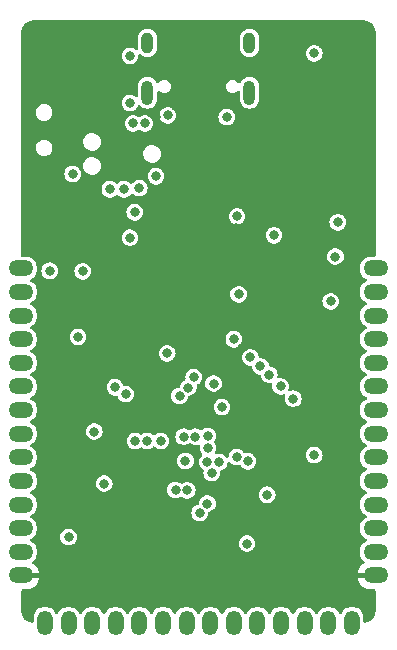
<source format=gbr>
%TF.GenerationSoftware,KiCad,Pcbnew,7.0.2*%
%TF.CreationDate,2023-06-14T20:26:51+10:00*%
%TF.ProjectId,STM32_Simple_Rev1.0,53544d33-325f-4536-996d-706c655f5265,rev?*%
%TF.SameCoordinates,Original*%
%TF.FileFunction,Copper,L3,Inr*%
%TF.FilePolarity,Positive*%
%FSLAX46Y46*%
G04 Gerber Fmt 4.6, Leading zero omitted, Abs format (unit mm)*
G04 Created by KiCad (PCBNEW 7.0.2) date 2023-06-14 20:26:51*
%MOMM*%
%LPD*%
G01*
G04 APERTURE LIST*
G04 Aperture macros list*
%AMRoundRect*
0 Rectangle with rounded corners*
0 $1 Rounding radius*
0 $2 $3 $4 $5 $6 $7 $8 $9 X,Y pos of 4 corners*
0 Add a 4 corners polygon primitive as box body*
4,1,4,$2,$3,$4,$5,$6,$7,$8,$9,$2,$3,0*
0 Add four circle primitives for the rounded corners*
1,1,$1+$1,$2,$3*
1,1,$1+$1,$4,$5*
1,1,$1+$1,$6,$7*
1,1,$1+$1,$8,$9*
0 Add four rect primitives between the rounded corners*
20,1,$1+$1,$2,$3,$4,$5,0*
20,1,$1+$1,$4,$5,$6,$7,0*
20,1,$1+$1,$6,$7,$8,$9,0*
20,1,$1+$1,$8,$9,$2,$3,0*%
G04 Aperture macros list end*
%TA.AperFunction,ComponentPad*%
%ADD10RoundRect,0.520000X-0.480000X-0.130000X0.480000X-0.130000X0.480000X0.130000X-0.480000X0.130000X0*%
%TD*%
%TA.AperFunction,ComponentPad*%
%ADD11RoundRect,0.520000X0.130000X-0.480000X0.130000X0.480000X-0.130000X0.480000X-0.130000X-0.480000X0*%
%TD*%
%TA.AperFunction,ComponentPad*%
%ADD12RoundRect,0.520000X0.480000X0.130000X-0.480000X0.130000X-0.480000X-0.130000X0.480000X-0.130000X0*%
%TD*%
%TA.AperFunction,ComponentPad*%
%ADD13O,1.000000X2.100000*%
%TD*%
%TA.AperFunction,ComponentPad*%
%ADD14O,1.000000X1.800000*%
%TD*%
%TA.AperFunction,ViaPad*%
%ADD15C,0.800000*%
%TD*%
G04 APERTURE END LIST*
D10*
%TO.N,S11*%
%TO.C,J15*%
X185000000Y-108000000D03*
%TD*%
%TO.N,S12*%
%TO.C,J16*%
X185000000Y-110000000D03*
%TD*%
%TO.N,S10*%
%TO.C,J14*%
X185000000Y-106000000D03*
%TD*%
%TO.N,S5*%
%TO.C,J9*%
X185000000Y-96000000D03*
%TD*%
D11*
%TO.N,S24*%
%TO.C,J30*%
X209000000Y-118000000D03*
%TD*%
D10*
%TO.N,S2*%
%TO.C,J5*%
X185000000Y-90000000D03*
%TD*%
D12*
%TO.N,S29*%
%TO.C,J37*%
X215000000Y-106000000D03*
%TD*%
%TO.N,S42{slash}CAN_TX*%
%TO.C,J46*%
X215000000Y-88000000D03*
%TD*%
D11*
%TO.N,S23*%
%TO.C,J29*%
X207000000Y-118000000D03*
%TD*%
D10*
%TO.N,S3*%
%TO.C,J6*%
X185000000Y-92000000D03*
%TD*%
D12*
%TO.N,S31*%
%TO.C,J39*%
X215000000Y-102000000D03*
%TD*%
D11*
%TO.N,S16*%
%TO.C,J22*%
X193000000Y-118000000D03*
%TD*%
%TO.N,S26*%
%TO.C,J32*%
X213000000Y-118000000D03*
%TD*%
D13*
%TO.N,unconnected-(J8-SHIELD-PadS1)*%
%TO.C,J8*%
X204320000Y-73125000D03*
D14*
X204320000Y-68925000D03*
D13*
X195680000Y-73125000D03*
D14*
X195680000Y-68925000D03*
%TD*%
D12*
%TO.N,VCC*%
%TO.C,J34*%
X215000000Y-111998624D03*
%TD*%
D10*
%TO.N,S6*%
%TO.C,J10*%
X185000000Y-98000000D03*
%TD*%
%TO.N,S4*%
%TO.C,J7*%
X185000000Y-94000000D03*
%TD*%
D12*
%TO.N,S30*%
%TO.C,J38*%
X215000000Y-104000000D03*
%TD*%
D10*
%TO.N,S7*%
%TO.C,J11*%
X185000000Y-100000000D03*
%TD*%
D12*
%TO.N,S40{slash}I2C1_SDA*%
%TO.C,J44*%
X215000000Y-92000000D03*
%TD*%
D10*
%TO.N,S1*%
%TO.C,J4*%
X185000000Y-88000000D03*
%TD*%
D11*
%TO.N,S14*%
%TO.C,J20*%
X189000000Y-118000000D03*
%TD*%
D12*
%TO.N,S32*%
%TO.C,J40*%
X215000000Y-100000000D03*
%TD*%
D11*
%TO.N,S21*%
%TO.C,J27*%
X203000000Y-118000000D03*
%TD*%
D10*
%TO.N,S9*%
%TO.C,J13*%
X185000000Y-104000000D03*
%TD*%
D12*
%TO.N,S41{slash}CAN_RX*%
%TO.C,J45*%
X215000000Y-90000000D03*
%TD*%
D10*
%TO.N,+3.3V*%
%TO.C,J17*%
X185000000Y-112000000D03*
%TD*%
D11*
%TO.N,S22*%
%TO.C,J28*%
X205000000Y-118000000D03*
%TD*%
%TO.N,S20*%
%TO.C,J26*%
X201000000Y-118000000D03*
%TD*%
D12*
%TO.N,S33*%
%TO.C,J41*%
X215000000Y-98000000D03*
%TD*%
%TO.N,S27*%
%TO.C,J35*%
X215000000Y-110000000D03*
%TD*%
D11*
%TO.N,S18{slash}USART3_TX*%
%TO.C,J24*%
X197000000Y-118000000D03*
%TD*%
D12*
%TO.N,S34*%
%TO.C,J42*%
X215000000Y-96000000D03*
%TD*%
D11*
%TO.N,S25*%
%TO.C,J31*%
X211000000Y-118000000D03*
%TD*%
D10*
%TO.N,S8*%
%TO.C,J12*%
X185000000Y-102000000D03*
%TD*%
D12*
%TO.N,GND*%
%TO.C,J33*%
X215000000Y-114000000D03*
%TD*%
D11*
%TO.N,S17*%
%TO.C,J23*%
X195000000Y-118000000D03*
%TD*%
D12*
%TO.N,S39{slash}I2C1_SCL*%
%TO.C,J43*%
X215000000Y-94000000D03*
%TD*%
D11*
%TO.N,S19{slash}USART3_RX*%
%TO.C,J25*%
X199000000Y-118000000D03*
%TD*%
%TO.N,S13*%
%TO.C,J19*%
X187000000Y-118000000D03*
%TD*%
%TO.N,S15*%
%TO.C,J21*%
X191000000Y-118000000D03*
%TD*%
D10*
%TO.N,GND*%
%TO.C,J18*%
X185000000Y-114000000D03*
%TD*%
D12*
%TO.N,S28*%
%TO.C,J36*%
X215000000Y-108000000D03*
%TD*%
D15*
%TO.N,VCC*%
X209800000Y-69800000D03*
X211200000Y-90800000D03*
%TO.N,+3.3V*%
X197354651Y-95206563D03*
X200100000Y-108700000D03*
X211800000Y-84100000D03*
X191192118Y-101816915D03*
X209800000Y-103800000D03*
X195466543Y-75731724D03*
X189000000Y-110749500D03*
X189350500Y-80000000D03*
X194200000Y-85400000D03*
X194200000Y-74000000D03*
X192024621Y-106218019D03*
X206400000Y-85200000D03*
X203267631Y-83602291D03*
X211600000Y-87000000D03*
X203000000Y-94000000D03*
%TO.N,GND*%
X198600000Y-94200000D03*
X210200000Y-113849500D03*
X189400000Y-83200000D03*
X190549500Y-75400000D03*
X191224621Y-104818019D03*
X203706755Y-94706755D03*
X191400000Y-94600000D03*
X195614923Y-100691260D03*
X206200000Y-81400000D03*
X203600000Y-74950500D03*
X200449500Y-76600000D03*
X202400000Y-89700000D03*
X194200000Y-72600000D03*
X213600000Y-77600000D03*
X205600000Y-69000000D03*
X210600000Y-74600000D03*
X204200000Y-77000000D03*
X196410673Y-75223346D03*
X210800000Y-105000000D03*
X203200000Y-84599503D03*
X189400000Y-71000000D03*
X194400000Y-68200000D03*
X188000000Y-113000000D03*
X198200000Y-77400000D03*
X209800000Y-108000000D03*
X191200000Y-98000000D03*
X208349500Y-101829801D03*
X197900000Y-113400000D03*
%TO.N,+5V*%
X197395526Y-75052848D03*
X202400000Y-75200000D03*
%TO.N,STATUS_LED*%
X187400000Y-88200000D03*
X194200000Y-70000000D03*
%TO.N,SWDIO*%
X208033436Y-99032729D03*
X195000000Y-81200000D03*
%TO.N,SWCLK*%
X206950500Y-98000000D03*
X193700000Y-81300000D03*
%TO.N,SWO*%
X192500000Y-81300000D03*
X206000000Y-97000000D03*
%TO.N,NRST*%
X196400000Y-80200000D03*
X194467041Y-75731583D03*
%TO.N,BOOT0*%
X205250500Y-96292892D03*
X194600000Y-83249500D03*
%TO.N,S8*%
X194629977Y-102629977D03*
%TO.N,S7*%
X193845974Y-98644073D03*
%TO.N,S6*%
X192933925Y-98066075D03*
%TO.N,S5*%
X195629002Y-102599104D03*
%TO.N,S4*%
X196800000Y-102600000D03*
%TO.N,S3*%
X198400000Y-98800000D03*
%TO.N,S2*%
X199149500Y-98093245D03*
%TO.N,S1*%
X199600000Y-97200000D03*
%TO.N,S34*%
X200777483Y-102177483D03*
%TO.N,S33*%
X200809689Y-103205231D03*
%TO.N,S32*%
X200760556Y-104400182D03*
%TO.N,S31*%
X201760048Y-104395567D03*
%TO.N,S30*%
X203251044Y-103968564D03*
%TO.N,S29*%
X204183178Y-104329301D03*
%TO.N,S28*%
X205824415Y-107164461D03*
%TO.N,S27*%
X201124814Y-105330946D03*
%TO.N,S26*%
X200763624Y-107918200D03*
%TO.N,S25*%
X204110681Y-111298962D03*
%TO.N,S42{slash}CAN_TX*%
X203400000Y-90200000D03*
X201278063Y-97754362D03*
%TO.N,S41{slash}CAN_RX*%
X204400000Y-95543392D03*
%TO.N,S40{slash}I2C1_SDA*%
X198750497Y-102250000D03*
%TO.N,S39{slash}I2C1_SCL*%
X199750000Y-102250000D03*
%TO.N,S18{slash}USART3_TX*%
X198058556Y-106753370D03*
%TO.N,S19{slash}USART3_RX*%
X199056834Y-106802815D03*
%TO.N,USER_LED1*%
X190200000Y-88250500D03*
X202000000Y-99750000D03*
%TO.N,USER_LED2*%
X189800000Y-93800000D03*
X198900000Y-104300000D03*
%TD*%
%TA.AperFunction,Conductor*%
%TO.N,GND*%
G36*
X214005394Y-67000971D02*
G01*
X214045519Y-67004482D01*
X214171780Y-67016919D01*
X214191682Y-67020540D01*
X214256467Y-67037899D01*
X214260203Y-67038966D01*
X214351570Y-67066682D01*
X214367959Y-67072952D01*
X214433867Y-67103686D01*
X214439867Y-67106685D01*
X214482639Y-67129548D01*
X214519046Y-67149008D01*
X214531715Y-67156791D01*
X214592889Y-67199625D01*
X214600430Y-67205346D01*
X214668455Y-67261172D01*
X214677472Y-67269345D01*
X214730653Y-67322526D01*
X214738826Y-67331543D01*
X214794652Y-67399568D01*
X214800373Y-67407109D01*
X214843207Y-67468283D01*
X214850990Y-67480952D01*
X214893304Y-67560114D01*
X214896328Y-67566163D01*
X214927041Y-67632027D01*
X214933319Y-67648436D01*
X214961008Y-67739713D01*
X214962123Y-67743616D01*
X214979454Y-67808298D01*
X214983082Y-67828237D01*
X214995523Y-67954554D01*
X214997207Y-67973801D01*
X214999030Y-67994638D01*
X214999500Y-68005406D01*
X214999500Y-86925500D01*
X214979815Y-86992539D01*
X214927011Y-87038294D01*
X214875500Y-87049500D01*
X214473920Y-87049500D01*
X214470464Y-87049889D01*
X214470453Y-87049890D01*
X214336268Y-87065009D01*
X214161745Y-87126077D01*
X214005186Y-87224449D01*
X213874449Y-87355186D01*
X213776077Y-87511745D01*
X213715009Y-87686268D01*
X213699890Y-87820453D01*
X213699889Y-87820464D01*
X213699500Y-87823920D01*
X213699500Y-88176080D01*
X213699889Y-88179536D01*
X213699890Y-88179546D01*
X213715009Y-88313731D01*
X213776077Y-88488254D01*
X213874449Y-88644813D01*
X214005186Y-88775550D01*
X214005188Y-88775551D01*
X214005189Y-88775552D01*
X214161744Y-88873922D01*
X214161748Y-88873924D01*
X214187568Y-88882959D01*
X214244344Y-88923680D01*
X214270091Y-88988633D01*
X214256635Y-89057195D01*
X214208247Y-89107598D01*
X214187568Y-89117041D01*
X214161748Y-89126075D01*
X214005186Y-89224449D01*
X213874449Y-89355186D01*
X213776077Y-89511745D01*
X213715009Y-89686268D01*
X213699890Y-89820453D01*
X213699889Y-89820464D01*
X213699500Y-89823920D01*
X213699500Y-90176080D01*
X213699889Y-90179536D01*
X213699890Y-90179546D01*
X213715009Y-90313731D01*
X213776077Y-90488254D01*
X213874449Y-90644813D01*
X214005186Y-90775550D01*
X214005188Y-90775551D01*
X214005189Y-90775552D01*
X214161744Y-90873922D01*
X214161748Y-90873924D01*
X214187568Y-90882959D01*
X214244344Y-90923680D01*
X214270091Y-90988633D01*
X214256635Y-91057195D01*
X214208247Y-91107598D01*
X214187568Y-91117041D01*
X214161748Y-91126075D01*
X214005186Y-91224449D01*
X213874449Y-91355186D01*
X213776077Y-91511745D01*
X213715009Y-91686268D01*
X213699890Y-91820453D01*
X213699889Y-91820464D01*
X213699500Y-91823920D01*
X213699500Y-92176080D01*
X213699889Y-92179536D01*
X213699890Y-92179546D01*
X213715009Y-92313731D01*
X213776077Y-92488254D01*
X213874449Y-92644813D01*
X214005186Y-92775550D01*
X214005188Y-92775551D01*
X214005189Y-92775552D01*
X214161744Y-92873922D01*
X214161748Y-92873924D01*
X214187568Y-92882959D01*
X214244344Y-92923680D01*
X214270091Y-92988633D01*
X214256635Y-93057195D01*
X214208247Y-93107598D01*
X214187568Y-93117041D01*
X214161748Y-93126075D01*
X214005186Y-93224449D01*
X213874449Y-93355186D01*
X213776077Y-93511745D01*
X213715009Y-93686268D01*
X213699890Y-93820453D01*
X213699889Y-93820464D01*
X213699500Y-93823920D01*
X213699500Y-94176080D01*
X213699889Y-94179536D01*
X213699890Y-94179546D01*
X213715009Y-94313731D01*
X213776077Y-94488254D01*
X213874449Y-94644813D01*
X214005186Y-94775550D01*
X214005188Y-94775551D01*
X214005189Y-94775552D01*
X214161744Y-94873922D01*
X214161748Y-94873924D01*
X214187568Y-94882959D01*
X214244344Y-94923680D01*
X214270091Y-94988633D01*
X214256635Y-95057195D01*
X214208247Y-95107598D01*
X214187568Y-95117041D01*
X214161748Y-95126075D01*
X214005186Y-95224449D01*
X213874449Y-95355186D01*
X213776077Y-95511745D01*
X213715009Y-95686268D01*
X213699890Y-95820453D01*
X213699889Y-95820464D01*
X213699500Y-95823920D01*
X213699500Y-96176080D01*
X213699889Y-96179536D01*
X213699890Y-96179546D01*
X213715009Y-96313731D01*
X213715009Y-96313733D01*
X213715010Y-96313734D01*
X213751937Y-96419265D01*
X213776077Y-96488254D01*
X213874449Y-96644813D01*
X214005186Y-96775550D01*
X214005188Y-96775551D01*
X214005189Y-96775552D01*
X214161744Y-96873922D01*
X214161748Y-96873924D01*
X214187568Y-96882959D01*
X214244344Y-96923680D01*
X214270091Y-96988633D01*
X214256635Y-97057195D01*
X214208247Y-97107598D01*
X214187568Y-97117041D01*
X214161748Y-97126075D01*
X214005186Y-97224449D01*
X213874449Y-97355186D01*
X213776077Y-97511745D01*
X213715009Y-97686268D01*
X213699890Y-97820453D01*
X213699889Y-97820464D01*
X213699500Y-97823920D01*
X213699500Y-98176080D01*
X213699889Y-98179536D01*
X213699890Y-98179546D01*
X213715009Y-98313731D01*
X213776077Y-98488254D01*
X213874449Y-98644813D01*
X214005186Y-98775550D01*
X214005188Y-98775551D01*
X214005189Y-98775552D01*
X214161744Y-98873922D01*
X214161748Y-98873924D01*
X214187568Y-98882959D01*
X214244344Y-98923680D01*
X214270091Y-98988633D01*
X214256635Y-99057195D01*
X214208247Y-99107598D01*
X214187568Y-99117041D01*
X214161748Y-99126075D01*
X214005186Y-99224449D01*
X213874449Y-99355186D01*
X213776077Y-99511745D01*
X213715009Y-99686268D01*
X213699890Y-99820453D01*
X213699889Y-99820464D01*
X213699500Y-99823920D01*
X213699500Y-100176080D01*
X213699889Y-100179536D01*
X213699890Y-100179546D01*
X213715009Y-100313731D01*
X213776077Y-100488254D01*
X213874449Y-100644813D01*
X214005186Y-100775550D01*
X214005188Y-100775551D01*
X214005189Y-100775552D01*
X214161744Y-100873922D01*
X214161748Y-100873924D01*
X214187568Y-100882959D01*
X214244344Y-100923680D01*
X214270091Y-100988633D01*
X214256635Y-101057195D01*
X214208247Y-101107598D01*
X214187568Y-101117041D01*
X214161748Y-101126075D01*
X214005186Y-101224449D01*
X213874449Y-101355186D01*
X213776077Y-101511745D01*
X213715009Y-101686268D01*
X213699890Y-101820453D01*
X213699889Y-101820464D01*
X213699500Y-101823920D01*
X213699500Y-102176080D01*
X213699889Y-102179536D01*
X213699890Y-102179546D01*
X213715009Y-102313731D01*
X213776077Y-102488254D01*
X213874449Y-102644813D01*
X214005186Y-102775550D01*
X214005188Y-102775551D01*
X214005189Y-102775552D01*
X214161744Y-102873922D01*
X214161748Y-102873924D01*
X214187568Y-102882959D01*
X214244344Y-102923680D01*
X214270091Y-102988633D01*
X214256635Y-103057195D01*
X214208247Y-103107598D01*
X214187568Y-103117041D01*
X214161748Y-103126075D01*
X214005186Y-103224449D01*
X213874449Y-103355186D01*
X213776077Y-103511745D01*
X213715009Y-103686268D01*
X213699890Y-103820453D01*
X213699889Y-103820464D01*
X213699500Y-103823920D01*
X213699500Y-104176080D01*
X213699889Y-104179536D01*
X213699890Y-104179546D01*
X213715009Y-104313731D01*
X213776077Y-104488254D01*
X213874449Y-104644813D01*
X214005186Y-104775550D01*
X214005188Y-104775551D01*
X214005189Y-104775552D01*
X214161744Y-104873922D01*
X214161748Y-104873924D01*
X214187568Y-104882959D01*
X214244344Y-104923680D01*
X214270091Y-104988633D01*
X214256635Y-105057195D01*
X214208247Y-105107598D01*
X214187568Y-105117041D01*
X214161748Y-105126075D01*
X214005186Y-105224449D01*
X213874449Y-105355186D01*
X213776077Y-105511745D01*
X213715009Y-105686268D01*
X213699890Y-105820453D01*
X213699889Y-105820464D01*
X213699500Y-105823920D01*
X213699500Y-106176080D01*
X213699889Y-106179536D01*
X213699890Y-106179546D01*
X213715009Y-106313731D01*
X213715009Y-106313733D01*
X213715010Y-106313734D01*
X213767577Y-106463961D01*
X213776077Y-106488254D01*
X213874449Y-106644813D01*
X214005186Y-106775550D01*
X214005188Y-106775551D01*
X214005189Y-106775552D01*
X214161744Y-106873922D01*
X214161748Y-106873924D01*
X214187568Y-106882959D01*
X214244344Y-106923680D01*
X214270091Y-106988633D01*
X214256635Y-107057195D01*
X214208247Y-107107598D01*
X214187568Y-107117041D01*
X214161748Y-107126075D01*
X214005186Y-107224449D01*
X213874449Y-107355186D01*
X213776077Y-107511745D01*
X213715009Y-107686268D01*
X213699890Y-107820453D01*
X213699889Y-107820464D01*
X213699500Y-107823920D01*
X213699500Y-108176080D01*
X213699889Y-108179536D01*
X213699890Y-108179546D01*
X213715009Y-108313731D01*
X213776077Y-108488254D01*
X213874449Y-108644813D01*
X214005186Y-108775550D01*
X214005188Y-108775551D01*
X214005189Y-108775552D01*
X214161744Y-108873922D01*
X214161748Y-108873924D01*
X214187568Y-108882959D01*
X214244344Y-108923680D01*
X214270091Y-108988633D01*
X214256635Y-109057195D01*
X214208247Y-109107598D01*
X214187568Y-109117041D01*
X214161748Y-109126075D01*
X214005186Y-109224449D01*
X213874449Y-109355186D01*
X213776077Y-109511745D01*
X213715009Y-109686268D01*
X213699890Y-109820453D01*
X213699889Y-109820464D01*
X213699500Y-109823920D01*
X213699500Y-110176080D01*
X213699889Y-110179536D01*
X213699890Y-110179546D01*
X213715009Y-110313731D01*
X213776077Y-110488254D01*
X213874449Y-110644813D01*
X214005186Y-110775550D01*
X214005188Y-110775551D01*
X214005189Y-110775552D01*
X214161744Y-110873922D01*
X214161748Y-110873924D01*
X214185602Y-110882271D01*
X214242378Y-110922992D01*
X214268125Y-110987945D01*
X214254669Y-111056507D01*
X214206281Y-111106909D01*
X214185602Y-111116353D01*
X214161748Y-111124699D01*
X214005186Y-111223073D01*
X213874449Y-111353810D01*
X213776077Y-111510369D01*
X213715009Y-111684892D01*
X213699890Y-111819077D01*
X213699889Y-111819088D01*
X213699500Y-111822544D01*
X213699500Y-112174704D01*
X213699889Y-112178160D01*
X213699890Y-112178170D01*
X213715009Y-112312355D01*
X213715009Y-112312357D01*
X213715010Y-112312358D01*
X213776076Y-112486877D01*
X213776077Y-112486878D01*
X213874449Y-112643437D01*
X214005187Y-112774175D01*
X214008712Y-112776390D01*
X214055003Y-112828725D01*
X214065651Y-112897779D01*
X214037276Y-112961627D01*
X214001195Y-112990742D01*
X213950574Y-113017799D01*
X213795262Y-113145262D01*
X213667797Y-113300578D01*
X213573083Y-113477774D01*
X213514759Y-113670042D01*
X213506883Y-113749998D01*
X213506885Y-113750000D01*
X214684314Y-113750000D01*
X214672359Y-113761955D01*
X214614835Y-113874852D01*
X214595014Y-114000000D01*
X214614835Y-114125148D01*
X214672359Y-114238045D01*
X214684314Y-114250000D01*
X213506885Y-114250000D01*
X213506883Y-114250001D01*
X213514759Y-114329957D01*
X213573083Y-114522225D01*
X213667797Y-114699421D01*
X213795262Y-114854737D01*
X213950578Y-114982202D01*
X214127774Y-115076916D01*
X214320043Y-115135240D01*
X214466860Y-115149701D01*
X214472944Y-115150000D01*
X214875500Y-115150000D01*
X214942539Y-115169685D01*
X214988294Y-115222489D01*
X214999500Y-115274000D01*
X214999500Y-116994583D01*
X214999028Y-117005393D01*
X214995523Y-117045445D01*
X214983082Y-117171764D01*
X214979455Y-117191696D01*
X214962123Y-117256382D01*
X214961008Y-117260285D01*
X214933319Y-117351562D01*
X214927041Y-117367971D01*
X214896328Y-117433835D01*
X214893304Y-117439884D01*
X214850990Y-117519046D01*
X214843207Y-117531715D01*
X214800373Y-117592889D01*
X214794652Y-117600430D01*
X214738826Y-117668455D01*
X214730653Y-117677472D01*
X214677472Y-117730653D01*
X214668455Y-117738826D01*
X214600430Y-117794652D01*
X214592889Y-117800373D01*
X214531715Y-117843207D01*
X214519046Y-117850990D01*
X214439884Y-117893304D01*
X214433835Y-117896328D01*
X214367971Y-117927041D01*
X214351562Y-117933319D01*
X214260285Y-117961008D01*
X214256382Y-117962123D01*
X214191700Y-117979454D01*
X214171761Y-117983082D01*
X214086654Y-117991464D01*
X214018008Y-117978445D01*
X213967298Y-117930380D01*
X213950500Y-117868061D01*
X213950500Y-117477404D01*
X213950500Y-117473920D01*
X213934990Y-117336266D01*
X213873923Y-117161746D01*
X213775552Y-117005189D01*
X213775551Y-117005188D01*
X213775550Y-117005186D01*
X213644813Y-116874449D01*
X213488254Y-116776077D01*
X213313731Y-116715009D01*
X213179546Y-116699890D01*
X213179536Y-116699889D01*
X213176080Y-116699500D01*
X212823920Y-116699500D01*
X212820464Y-116699889D01*
X212820453Y-116699890D01*
X212686268Y-116715009D01*
X212511745Y-116776077D01*
X212355186Y-116874449D01*
X212224449Y-117005186D01*
X212126075Y-117161748D01*
X212117041Y-117187568D01*
X212076320Y-117244344D01*
X212011367Y-117270091D01*
X211942805Y-117256635D01*
X211892402Y-117208247D01*
X211882959Y-117187568D01*
X211873924Y-117161748D01*
X211775674Y-117005384D01*
X211775552Y-117005189D01*
X211775551Y-117005188D01*
X211775550Y-117005186D01*
X211644813Y-116874449D01*
X211488254Y-116776077D01*
X211313731Y-116715009D01*
X211179546Y-116699890D01*
X211179536Y-116699889D01*
X211176080Y-116699500D01*
X210823920Y-116699500D01*
X210820464Y-116699889D01*
X210820453Y-116699890D01*
X210686268Y-116715009D01*
X210511745Y-116776077D01*
X210355186Y-116874449D01*
X210224449Y-117005186D01*
X210126075Y-117161748D01*
X210117041Y-117187568D01*
X210076320Y-117244344D01*
X210011367Y-117270091D01*
X209942805Y-117256635D01*
X209892402Y-117208247D01*
X209882959Y-117187568D01*
X209873924Y-117161748D01*
X209775674Y-117005384D01*
X209775552Y-117005189D01*
X209775551Y-117005188D01*
X209775550Y-117005186D01*
X209644813Y-116874449D01*
X209488254Y-116776077D01*
X209313731Y-116715009D01*
X209179546Y-116699890D01*
X209179536Y-116699889D01*
X209176080Y-116699500D01*
X208823920Y-116699500D01*
X208820464Y-116699889D01*
X208820453Y-116699890D01*
X208686268Y-116715009D01*
X208511745Y-116776077D01*
X208355186Y-116874449D01*
X208224449Y-117005186D01*
X208126075Y-117161748D01*
X208117041Y-117187568D01*
X208076320Y-117244344D01*
X208011367Y-117270091D01*
X207942805Y-117256635D01*
X207892402Y-117208247D01*
X207882959Y-117187568D01*
X207873924Y-117161748D01*
X207775674Y-117005384D01*
X207775552Y-117005189D01*
X207775551Y-117005188D01*
X207775550Y-117005186D01*
X207644813Y-116874449D01*
X207488254Y-116776077D01*
X207313731Y-116715009D01*
X207179546Y-116699890D01*
X207179536Y-116699889D01*
X207176080Y-116699500D01*
X206823920Y-116699500D01*
X206820464Y-116699889D01*
X206820453Y-116699890D01*
X206686268Y-116715009D01*
X206511745Y-116776077D01*
X206355186Y-116874449D01*
X206224449Y-117005186D01*
X206126075Y-117161748D01*
X206117041Y-117187568D01*
X206076320Y-117244344D01*
X206011367Y-117270091D01*
X205942805Y-117256635D01*
X205892402Y-117208247D01*
X205882959Y-117187568D01*
X205873924Y-117161748D01*
X205775674Y-117005384D01*
X205775552Y-117005189D01*
X205775551Y-117005188D01*
X205775550Y-117005186D01*
X205644813Y-116874449D01*
X205488254Y-116776077D01*
X205313731Y-116715009D01*
X205179546Y-116699890D01*
X205179536Y-116699889D01*
X205176080Y-116699500D01*
X204823920Y-116699500D01*
X204820464Y-116699889D01*
X204820453Y-116699890D01*
X204686268Y-116715009D01*
X204511745Y-116776077D01*
X204355186Y-116874449D01*
X204224449Y-117005186D01*
X204126075Y-117161748D01*
X204117041Y-117187568D01*
X204076320Y-117244344D01*
X204011367Y-117270091D01*
X203942805Y-117256635D01*
X203892402Y-117208247D01*
X203882959Y-117187568D01*
X203873924Y-117161748D01*
X203775674Y-117005384D01*
X203775552Y-117005189D01*
X203775551Y-117005188D01*
X203775550Y-117005186D01*
X203644813Y-116874449D01*
X203488254Y-116776077D01*
X203313731Y-116715009D01*
X203179546Y-116699890D01*
X203179536Y-116699889D01*
X203176080Y-116699500D01*
X202823920Y-116699500D01*
X202820464Y-116699889D01*
X202820453Y-116699890D01*
X202686268Y-116715009D01*
X202511745Y-116776077D01*
X202355186Y-116874449D01*
X202224449Y-117005186D01*
X202126075Y-117161748D01*
X202117041Y-117187568D01*
X202076320Y-117244344D01*
X202011367Y-117270091D01*
X201942805Y-117256635D01*
X201892402Y-117208247D01*
X201882959Y-117187568D01*
X201873924Y-117161748D01*
X201775674Y-117005384D01*
X201775552Y-117005189D01*
X201775551Y-117005188D01*
X201775550Y-117005186D01*
X201644813Y-116874449D01*
X201488254Y-116776077D01*
X201313731Y-116715009D01*
X201179546Y-116699890D01*
X201179536Y-116699889D01*
X201176080Y-116699500D01*
X200823920Y-116699500D01*
X200820464Y-116699889D01*
X200820453Y-116699890D01*
X200686268Y-116715009D01*
X200511745Y-116776077D01*
X200355186Y-116874449D01*
X200224449Y-117005186D01*
X200126075Y-117161748D01*
X200117041Y-117187568D01*
X200076320Y-117244344D01*
X200011367Y-117270091D01*
X199942805Y-117256635D01*
X199892402Y-117208247D01*
X199882959Y-117187568D01*
X199873924Y-117161748D01*
X199775674Y-117005384D01*
X199775552Y-117005189D01*
X199775551Y-117005188D01*
X199775550Y-117005186D01*
X199644813Y-116874449D01*
X199488254Y-116776077D01*
X199313731Y-116715009D01*
X199179546Y-116699890D01*
X199179536Y-116699889D01*
X199176080Y-116699500D01*
X198823920Y-116699500D01*
X198820464Y-116699889D01*
X198820453Y-116699890D01*
X198686268Y-116715009D01*
X198511745Y-116776077D01*
X198355186Y-116874449D01*
X198224449Y-117005186D01*
X198126075Y-117161748D01*
X198117041Y-117187568D01*
X198076320Y-117244344D01*
X198011367Y-117270091D01*
X197942805Y-117256635D01*
X197892402Y-117208247D01*
X197882959Y-117187568D01*
X197873924Y-117161748D01*
X197775674Y-117005384D01*
X197775552Y-117005189D01*
X197775551Y-117005188D01*
X197775550Y-117005186D01*
X197644813Y-116874449D01*
X197488254Y-116776077D01*
X197313731Y-116715009D01*
X197179546Y-116699890D01*
X197179536Y-116699889D01*
X197176080Y-116699500D01*
X196823920Y-116699500D01*
X196820464Y-116699889D01*
X196820453Y-116699890D01*
X196686268Y-116715009D01*
X196511745Y-116776077D01*
X196355186Y-116874449D01*
X196224449Y-117005186D01*
X196126075Y-117161748D01*
X196117041Y-117187568D01*
X196076320Y-117244344D01*
X196011367Y-117270091D01*
X195942805Y-117256635D01*
X195892402Y-117208247D01*
X195882959Y-117187568D01*
X195873924Y-117161748D01*
X195775674Y-117005384D01*
X195775552Y-117005189D01*
X195775551Y-117005188D01*
X195775550Y-117005186D01*
X195644813Y-116874449D01*
X195488254Y-116776077D01*
X195313731Y-116715009D01*
X195179546Y-116699890D01*
X195179536Y-116699889D01*
X195176080Y-116699500D01*
X194823920Y-116699500D01*
X194820464Y-116699889D01*
X194820453Y-116699890D01*
X194686268Y-116715009D01*
X194511745Y-116776077D01*
X194355186Y-116874449D01*
X194224449Y-117005186D01*
X194126075Y-117161748D01*
X194117041Y-117187568D01*
X194076320Y-117244344D01*
X194011367Y-117270091D01*
X193942805Y-117256635D01*
X193892402Y-117208247D01*
X193882959Y-117187568D01*
X193873924Y-117161748D01*
X193775674Y-117005384D01*
X193775552Y-117005189D01*
X193775551Y-117005188D01*
X193775550Y-117005186D01*
X193644813Y-116874449D01*
X193488254Y-116776077D01*
X193313731Y-116715009D01*
X193179546Y-116699890D01*
X193179536Y-116699889D01*
X193176080Y-116699500D01*
X192823920Y-116699500D01*
X192820464Y-116699889D01*
X192820453Y-116699890D01*
X192686268Y-116715009D01*
X192511745Y-116776077D01*
X192355186Y-116874449D01*
X192224449Y-117005186D01*
X192126075Y-117161748D01*
X192117041Y-117187568D01*
X192076320Y-117244344D01*
X192011367Y-117270091D01*
X191942805Y-117256635D01*
X191892402Y-117208247D01*
X191882959Y-117187568D01*
X191873924Y-117161748D01*
X191775674Y-117005384D01*
X191775552Y-117005189D01*
X191775551Y-117005188D01*
X191775550Y-117005186D01*
X191644813Y-116874449D01*
X191488254Y-116776077D01*
X191313731Y-116715009D01*
X191179546Y-116699890D01*
X191179536Y-116699889D01*
X191176080Y-116699500D01*
X190823920Y-116699500D01*
X190820464Y-116699889D01*
X190820453Y-116699890D01*
X190686268Y-116715009D01*
X190511745Y-116776077D01*
X190355186Y-116874449D01*
X190224449Y-117005186D01*
X190126075Y-117161748D01*
X190117041Y-117187568D01*
X190076320Y-117244344D01*
X190011367Y-117270091D01*
X189942805Y-117256635D01*
X189892402Y-117208247D01*
X189882959Y-117187568D01*
X189873924Y-117161748D01*
X189775674Y-117005384D01*
X189775552Y-117005189D01*
X189775551Y-117005188D01*
X189775550Y-117005186D01*
X189644813Y-116874449D01*
X189488254Y-116776077D01*
X189313731Y-116715009D01*
X189179546Y-116699890D01*
X189179536Y-116699889D01*
X189176080Y-116699500D01*
X188823920Y-116699500D01*
X188820464Y-116699889D01*
X188820453Y-116699890D01*
X188686268Y-116715009D01*
X188511745Y-116776077D01*
X188355186Y-116874449D01*
X188224449Y-117005186D01*
X188126075Y-117161748D01*
X188117041Y-117187568D01*
X188076320Y-117244344D01*
X188011367Y-117270091D01*
X187942805Y-117256635D01*
X187892402Y-117208247D01*
X187882959Y-117187568D01*
X187873924Y-117161748D01*
X187775674Y-117005384D01*
X187775552Y-117005189D01*
X187775551Y-117005188D01*
X187775550Y-117005186D01*
X187644813Y-116874449D01*
X187488254Y-116776077D01*
X187313731Y-116715009D01*
X187179546Y-116699890D01*
X187179536Y-116699889D01*
X187176080Y-116699500D01*
X186823920Y-116699500D01*
X186820464Y-116699889D01*
X186820453Y-116699890D01*
X186686268Y-116715009D01*
X186511745Y-116776077D01*
X186355186Y-116874449D01*
X186224449Y-117005186D01*
X186126077Y-117161745D01*
X186065009Y-117336268D01*
X186049890Y-117470453D01*
X186049889Y-117470464D01*
X186049500Y-117473920D01*
X186049500Y-117477404D01*
X186049500Y-117868066D01*
X186029815Y-117935105D01*
X185977011Y-117980860D01*
X185913352Y-117991465D01*
X185836156Y-117983862D01*
X185828235Y-117983082D01*
X185808302Y-117979455D01*
X185743616Y-117962123D01*
X185739713Y-117961008D01*
X185648436Y-117933319D01*
X185632027Y-117927041D01*
X185566163Y-117896328D01*
X185560114Y-117893304D01*
X185480952Y-117850990D01*
X185468283Y-117843207D01*
X185407109Y-117800373D01*
X185399568Y-117794652D01*
X185331543Y-117738826D01*
X185322526Y-117730653D01*
X185269345Y-117677472D01*
X185261172Y-117668455D01*
X185205346Y-117600430D01*
X185199625Y-117592889D01*
X185156791Y-117531715D01*
X185149008Y-117519046D01*
X185123034Y-117470453D01*
X185106685Y-117439867D01*
X185103686Y-117433867D01*
X185072952Y-117367959D01*
X185066682Y-117351570D01*
X185038966Y-117260203D01*
X185037899Y-117256467D01*
X185020541Y-117191685D01*
X185016918Y-117171773D01*
X185004476Y-117045444D01*
X185004269Y-117043087D01*
X185000968Y-117005360D01*
X185000500Y-116994597D01*
X185000500Y-115274000D01*
X185020185Y-115206961D01*
X185072989Y-115161206D01*
X185124500Y-115150000D01*
X185527056Y-115150000D01*
X185533139Y-115149701D01*
X185679956Y-115135240D01*
X185872225Y-115076916D01*
X186049421Y-114982202D01*
X186204737Y-114854737D01*
X186332202Y-114699421D01*
X186426916Y-114522225D01*
X186485240Y-114329957D01*
X186493116Y-114250001D01*
X186493115Y-114250000D01*
X185315686Y-114250000D01*
X185327641Y-114238045D01*
X185385165Y-114125148D01*
X185404986Y-114000000D01*
X185385165Y-113874852D01*
X185327641Y-113761955D01*
X185315686Y-113750000D01*
X186493115Y-113750000D01*
X186493116Y-113749998D01*
X186485240Y-113670042D01*
X186426916Y-113477774D01*
X186332202Y-113300578D01*
X186204737Y-113145262D01*
X186049423Y-113017798D01*
X185999988Y-112991374D01*
X185950144Y-112942411D01*
X185934684Y-112874273D01*
X185958516Y-112808593D01*
X185992475Y-112777019D01*
X185994811Y-112775552D01*
X186125552Y-112644811D01*
X186223923Y-112488254D01*
X186284990Y-112313734D01*
X186300500Y-112176080D01*
X186300500Y-111823920D01*
X186284990Y-111686266D01*
X186223923Y-111511746D01*
X186125552Y-111355189D01*
X186125551Y-111355188D01*
X186125550Y-111355186D01*
X185994813Y-111224449D01*
X185838254Y-111126077D01*
X185838254Y-111126076D01*
X185812430Y-111117041D01*
X185755656Y-111076320D01*
X185729908Y-111011368D01*
X185743364Y-110942806D01*
X185791751Y-110892403D01*
X185812427Y-110882960D01*
X185838254Y-110873923D01*
X185994811Y-110775552D01*
X186020864Y-110749499D01*
X188294354Y-110749499D01*
X188314860Y-110918372D01*
X188375182Y-111077430D01*
X188471815Y-111217427D01*
X188471816Y-111217428D01*
X188471817Y-111217429D01*
X188599148Y-111330234D01*
X188749775Y-111409290D01*
X188914944Y-111450000D01*
X188914945Y-111450000D01*
X189085055Y-111450000D01*
X189085056Y-111450000D01*
X189250225Y-111409290D01*
X189400852Y-111330234D01*
X189436152Y-111298961D01*
X203405035Y-111298961D01*
X203425541Y-111467834D01*
X203485863Y-111626892D01*
X203582496Y-111766889D01*
X203582497Y-111766890D01*
X203582498Y-111766891D01*
X203709829Y-111879696D01*
X203860456Y-111958752D01*
X204025625Y-111999462D01*
X204025626Y-111999462D01*
X204195736Y-111999462D01*
X204195737Y-111999462D01*
X204360906Y-111958752D01*
X204511533Y-111879696D01*
X204638864Y-111766891D01*
X204735499Y-111626892D01*
X204795821Y-111467834D01*
X204816326Y-111298962D01*
X204795821Y-111130090D01*
X204735499Y-110971032D01*
X204681225Y-110892403D01*
X204638865Y-110831034D01*
X204638864Y-110831033D01*
X204511533Y-110718228D01*
X204497269Y-110710742D01*
X204360905Y-110639171D01*
X204236445Y-110608495D01*
X204195737Y-110598462D01*
X204025625Y-110598462D01*
X203992965Y-110606511D01*
X203860456Y-110639171D01*
X203709830Y-110718227D01*
X203582496Y-110831034D01*
X203485863Y-110971031D01*
X203425541Y-111130089D01*
X203405035Y-111298961D01*
X189436152Y-111298961D01*
X189528183Y-111217429D01*
X189624818Y-111077430D01*
X189685140Y-110918372D01*
X189705645Y-110749500D01*
X189685140Y-110580628D01*
X189624818Y-110421570D01*
X189528183Y-110281571D01*
X189400852Y-110168766D01*
X189386588Y-110161280D01*
X189250224Y-110089709D01*
X189125764Y-110059033D01*
X189085056Y-110049000D01*
X188914944Y-110049000D01*
X188882284Y-110057049D01*
X188749775Y-110089709D01*
X188599149Y-110168765D01*
X188471815Y-110281572D01*
X188375182Y-110421569D01*
X188314860Y-110580627D01*
X188294354Y-110749499D01*
X186020864Y-110749499D01*
X186125552Y-110644811D01*
X186223923Y-110488254D01*
X186284990Y-110313734D01*
X186300500Y-110176080D01*
X186300500Y-109823920D01*
X186284990Y-109686266D01*
X186223923Y-109511746D01*
X186125552Y-109355189D01*
X186125551Y-109355188D01*
X186125550Y-109355186D01*
X185994813Y-109224449D01*
X185838254Y-109126077D01*
X185838248Y-109126075D01*
X185812430Y-109117041D01*
X185755656Y-109076320D01*
X185729908Y-109011368D01*
X185743364Y-108942806D01*
X185791751Y-108892403D01*
X185812427Y-108882960D01*
X185838254Y-108873923D01*
X185994811Y-108775552D01*
X186070363Y-108700000D01*
X199394354Y-108700000D01*
X199414860Y-108868872D01*
X199475182Y-109027930D01*
X199571815Y-109167927D01*
X199571816Y-109167928D01*
X199571817Y-109167929D01*
X199699148Y-109280734D01*
X199849775Y-109359790D01*
X200014944Y-109400500D01*
X200014945Y-109400500D01*
X200185055Y-109400500D01*
X200185056Y-109400500D01*
X200350225Y-109359790D01*
X200500852Y-109280734D01*
X200628183Y-109167929D01*
X200724818Y-109027930D01*
X200785140Y-108868872D01*
X200804176Y-108712090D01*
X200831798Y-108647915D01*
X200889732Y-108608858D01*
X200897571Y-108606649D01*
X201013849Y-108577990D01*
X201164476Y-108498934D01*
X201291807Y-108386129D01*
X201388442Y-108246130D01*
X201448764Y-108087072D01*
X201469269Y-107918200D01*
X201448764Y-107749328D01*
X201388442Y-107590270D01*
X201300321Y-107462605D01*
X201291808Y-107450272D01*
X201216493Y-107383549D01*
X201164476Y-107337466D01*
X201145463Y-107327487D01*
X201013848Y-107258409D01*
X200876058Y-107224448D01*
X200848680Y-107217700D01*
X200678568Y-107217700D01*
X200651190Y-107224448D01*
X200513399Y-107258409D01*
X200362773Y-107337465D01*
X200235439Y-107450272D01*
X200138806Y-107590269D01*
X200078484Y-107749327D01*
X200059447Y-107906107D01*
X200031825Y-107970285D01*
X199973890Y-108009341D01*
X199966026Y-108011557D01*
X199849775Y-108040209D01*
X199699149Y-108119265D01*
X199571815Y-108232072D01*
X199475182Y-108372069D01*
X199414860Y-108531127D01*
X199394354Y-108700000D01*
X186070363Y-108700000D01*
X186125552Y-108644811D01*
X186223923Y-108488254D01*
X186284990Y-108313734D01*
X186300500Y-108176080D01*
X186300500Y-107823920D01*
X186284990Y-107686266D01*
X186223923Y-107511746D01*
X186125552Y-107355189D01*
X186125551Y-107355188D01*
X186125550Y-107355186D01*
X185994813Y-107224449D01*
X185838254Y-107126077D01*
X185838248Y-107126075D01*
X185812430Y-107117041D01*
X185755656Y-107076320D01*
X185729908Y-107011368D01*
X185743364Y-106942806D01*
X185791751Y-106892403D01*
X185812427Y-106882960D01*
X185838254Y-106873923D01*
X185994811Y-106775552D01*
X186125552Y-106644811D01*
X186223923Y-106488254D01*
X186284990Y-106313734D01*
X186295775Y-106218019D01*
X191318975Y-106218019D01*
X191339481Y-106386891D01*
X191399803Y-106545949D01*
X191496436Y-106685946D01*
X191496437Y-106685947D01*
X191496438Y-106685948D01*
X191623769Y-106798753D01*
X191774396Y-106877809D01*
X191939565Y-106918519D01*
X191939566Y-106918519D01*
X192109676Y-106918519D01*
X192109677Y-106918519D01*
X192274846Y-106877809D01*
X192425473Y-106798753D01*
X192476700Y-106753370D01*
X197352910Y-106753370D01*
X197373416Y-106922242D01*
X197433738Y-107081300D01*
X197530371Y-107221297D01*
X197530372Y-107221298D01*
X197530373Y-107221299D01*
X197657704Y-107334104D01*
X197808331Y-107413160D01*
X197973500Y-107453870D01*
X197973501Y-107453870D01*
X198143611Y-107453870D01*
X198143612Y-107453870D01*
X198308781Y-107413160D01*
X198459408Y-107334104D01*
X198459410Y-107334102D01*
X198472014Y-107327487D01*
X198540523Y-107313761D01*
X198605576Y-107339253D01*
X198611867Y-107344467D01*
X198655982Y-107383549D01*
X198806609Y-107462605D01*
X198971778Y-107503315D01*
X198971779Y-107503315D01*
X199141889Y-107503315D01*
X199141890Y-107503315D01*
X199307059Y-107462605D01*
X199457686Y-107383549D01*
X199585017Y-107270744D01*
X199658379Y-107164461D01*
X205118769Y-107164461D01*
X205139275Y-107333333D01*
X205199597Y-107492391D01*
X205296230Y-107632388D01*
X205296231Y-107632389D01*
X205296232Y-107632390D01*
X205423563Y-107745195D01*
X205574190Y-107824251D01*
X205739359Y-107864961D01*
X205739360Y-107864961D01*
X205909470Y-107864961D01*
X205909471Y-107864961D01*
X206074640Y-107824251D01*
X206225267Y-107745195D01*
X206352598Y-107632390D01*
X206449233Y-107492391D01*
X206509555Y-107333333D01*
X206530060Y-107164461D01*
X206509555Y-106995589D01*
X206449233Y-106836531D01*
X206352598Y-106696532D01*
X206225267Y-106583727D01*
X206153288Y-106545949D01*
X206074639Y-106504670D01*
X205950180Y-106473994D01*
X205909471Y-106463961D01*
X205739359Y-106463961D01*
X205706699Y-106472010D01*
X205574190Y-106504670D01*
X205423564Y-106583726D01*
X205296230Y-106696533D01*
X205199597Y-106836530D01*
X205139275Y-106995588D01*
X205118769Y-107164461D01*
X199658379Y-107164461D01*
X199681652Y-107130745D01*
X199741974Y-106971687D01*
X199762479Y-106802815D01*
X199741974Y-106633943D01*
X199681652Y-106474885D01*
X199585017Y-106334886D01*
X199457686Y-106222081D01*
X199437939Y-106211717D01*
X199307058Y-106143024D01*
X199182598Y-106112348D01*
X199141890Y-106102315D01*
X198971778Y-106102315D01*
X198930485Y-106112492D01*
X198806606Y-106143025D01*
X198643374Y-106228697D01*
X198574866Y-106242423D01*
X198509812Y-106216930D01*
X198503522Y-106211717D01*
X198467208Y-106179546D01*
X198459408Y-106172636D01*
X198384094Y-106133108D01*
X198308780Y-106093579D01*
X198184321Y-106062903D01*
X198143612Y-106052870D01*
X197973500Y-106052870D01*
X197940840Y-106060919D01*
X197808331Y-106093579D01*
X197657705Y-106172635D01*
X197530371Y-106285442D01*
X197433738Y-106425439D01*
X197373416Y-106584497D01*
X197352910Y-106753370D01*
X192476700Y-106753370D01*
X192552804Y-106685948D01*
X192649439Y-106545949D01*
X192709761Y-106386891D01*
X192730266Y-106218019D01*
X192709761Y-106049147D01*
X192649439Y-105890089D01*
X192552804Y-105750090D01*
X192425473Y-105637285D01*
X192411209Y-105629799D01*
X192274845Y-105558228D01*
X192150386Y-105527552D01*
X192109677Y-105517519D01*
X191939565Y-105517519D01*
X191906905Y-105525568D01*
X191774396Y-105558228D01*
X191623770Y-105637284D01*
X191496436Y-105750091D01*
X191399803Y-105890088D01*
X191339481Y-106049146D01*
X191318975Y-106218019D01*
X186295775Y-106218019D01*
X186300500Y-106176080D01*
X186300500Y-105823920D01*
X186284990Y-105686266D01*
X186223923Y-105511746D01*
X186125552Y-105355189D01*
X186125551Y-105355188D01*
X186125550Y-105355186D01*
X185994813Y-105224449D01*
X185838254Y-105126077D01*
X185838248Y-105126075D01*
X185812430Y-105117041D01*
X185755656Y-105076320D01*
X185729908Y-105011368D01*
X185743364Y-104942806D01*
X185791751Y-104892403D01*
X185812427Y-104882960D01*
X185838254Y-104873923D01*
X185994811Y-104775552D01*
X186125552Y-104644811D01*
X186223923Y-104488254D01*
X186284990Y-104313734D01*
X186286538Y-104299999D01*
X198194354Y-104299999D01*
X198214860Y-104468872D01*
X198275182Y-104627930D01*
X198371815Y-104767927D01*
X198371816Y-104767928D01*
X198371817Y-104767929D01*
X198499148Y-104880734D01*
X198649775Y-104959790D01*
X198814944Y-105000500D01*
X198814945Y-105000500D01*
X198985055Y-105000500D01*
X198985056Y-105000500D01*
X199150225Y-104959790D01*
X199300852Y-104880734D01*
X199428183Y-104767929D01*
X199524818Y-104627930D01*
X199585140Y-104468872D01*
X199605645Y-104300000D01*
X199585140Y-104131128D01*
X199524818Y-103972070D01*
X199428183Y-103832071D01*
X199300852Y-103719266D01*
X199244533Y-103689707D01*
X199150224Y-103640209D01*
X199015071Y-103606898D01*
X198985056Y-103599500D01*
X198814944Y-103599500D01*
X198784929Y-103606898D01*
X198649775Y-103640209D01*
X198499149Y-103719265D01*
X198371815Y-103832072D01*
X198275182Y-103972069D01*
X198214860Y-104131127D01*
X198194354Y-104299999D01*
X186286538Y-104299999D01*
X186300500Y-104176080D01*
X186300500Y-103823920D01*
X186284990Y-103686266D01*
X186223923Y-103511746D01*
X186125552Y-103355189D01*
X186125551Y-103355188D01*
X186125550Y-103355186D01*
X185994813Y-103224449D01*
X185838254Y-103126077D01*
X185838248Y-103126075D01*
X185812430Y-103117041D01*
X185755656Y-103076320D01*
X185729908Y-103011368D01*
X185743364Y-102942806D01*
X185791751Y-102892403D01*
X185812427Y-102882960D01*
X185838254Y-102873923D01*
X185994811Y-102775552D01*
X186125552Y-102644811D01*
X186134873Y-102629976D01*
X193924331Y-102629976D01*
X193944837Y-102798849D01*
X194005159Y-102957907D01*
X194101792Y-103097904D01*
X194101793Y-103097905D01*
X194101794Y-103097906D01*
X194229125Y-103210711D01*
X194379752Y-103289767D01*
X194544921Y-103330477D01*
X194544922Y-103330477D01*
X194715032Y-103330477D01*
X194715033Y-103330477D01*
X194880202Y-103289767D01*
X195030829Y-103210711D01*
X195064686Y-103180715D01*
X195127916Y-103150994D01*
X195197180Y-103160175D01*
X195226111Y-103178767D01*
X195228147Y-103179835D01*
X195228150Y-103179838D01*
X195378777Y-103258894D01*
X195543946Y-103299604D01*
X195543947Y-103299604D01*
X195714057Y-103299604D01*
X195714058Y-103299604D01*
X195879227Y-103258894D01*
X196029854Y-103179838D01*
X196131770Y-103089548D01*
X196194999Y-103059828D01*
X196264263Y-103069011D01*
X196296220Y-103089549D01*
X196365578Y-103150994D01*
X196399148Y-103180734D01*
X196549775Y-103259790D01*
X196714944Y-103300500D01*
X196714945Y-103300500D01*
X196885055Y-103300500D01*
X196885056Y-103300500D01*
X197050225Y-103259790D01*
X197200852Y-103180734D01*
X197328183Y-103067929D01*
X197424818Y-102927930D01*
X197485140Y-102768872D01*
X197505645Y-102600000D01*
X197485140Y-102431128D01*
X197424818Y-102272070D01*
X197409583Y-102249999D01*
X198044851Y-102249999D01*
X198065357Y-102418872D01*
X198125679Y-102577930D01*
X198222312Y-102717927D01*
X198222313Y-102717928D01*
X198222314Y-102717929D01*
X198349645Y-102830734D01*
X198500272Y-102909790D01*
X198665441Y-102950500D01*
X198665442Y-102950500D01*
X198835552Y-102950500D01*
X198835553Y-102950500D01*
X199000722Y-102909790D01*
X199151349Y-102830734D01*
X199168021Y-102815963D01*
X199231250Y-102786242D01*
X199300514Y-102795423D01*
X199332470Y-102815958D01*
X199349148Y-102830734D01*
X199499775Y-102909790D01*
X199664944Y-102950500D01*
X199664945Y-102950500D01*
X199835055Y-102950500D01*
X199835056Y-102950500D01*
X199969803Y-102917288D01*
X200039604Y-102920357D01*
X200096666Y-102960677D01*
X200122872Y-103025446D01*
X200122573Y-103052632D01*
X200104043Y-103205230D01*
X200124549Y-103374103D01*
X200184871Y-103533161D01*
X200281504Y-103673158D01*
X200281505Y-103673159D01*
X200281506Y-103673160D01*
X200298401Y-103688127D01*
X200335527Y-103747316D01*
X200334759Y-103817181D01*
X200298401Y-103873757D01*
X200232372Y-103932253D01*
X200135738Y-104072251D01*
X200075416Y-104231309D01*
X200054910Y-104400182D01*
X200075416Y-104569054D01*
X200135738Y-104728112D01*
X200232371Y-104868109D01*
X200232372Y-104868110D01*
X200232373Y-104868111D01*
X200359704Y-104980916D01*
X200386427Y-104994941D01*
X200436639Y-105043526D01*
X200452613Y-105111545D01*
X200444744Y-105148704D01*
X200439674Y-105162073D01*
X200419168Y-105330946D01*
X200439674Y-105499818D01*
X200499996Y-105658876D01*
X200596629Y-105798873D01*
X200596630Y-105798874D01*
X200596631Y-105798875D01*
X200723962Y-105911680D01*
X200874589Y-105990736D01*
X201039758Y-106031446D01*
X201039759Y-106031446D01*
X201209869Y-106031446D01*
X201209870Y-106031446D01*
X201375039Y-105990736D01*
X201525666Y-105911680D01*
X201652997Y-105798875D01*
X201749632Y-105658876D01*
X201809954Y-105499818D01*
X201830459Y-105330946D01*
X201816435Y-105215450D01*
X201827895Y-105146528D01*
X201874799Y-105094741D01*
X201909857Y-105080107D01*
X201925222Y-105076320D01*
X202010273Y-105055357D01*
X202160900Y-104976301D01*
X202288231Y-104863496D01*
X202384866Y-104723497D01*
X202445188Y-104564439D01*
X202460527Y-104438109D01*
X202488149Y-104373932D01*
X202546083Y-104334876D01*
X202615936Y-104333341D01*
X202675530Y-104369815D01*
X202685673Y-104382617D01*
X202722859Y-104436491D01*
X202722860Y-104436492D01*
X202722861Y-104436493D01*
X202850192Y-104549298D01*
X203000819Y-104628354D01*
X203165988Y-104669064D01*
X203165989Y-104669064D01*
X203336099Y-104669064D01*
X203336100Y-104669064D01*
X203449924Y-104641009D01*
X203519723Y-104644078D01*
X203576785Y-104684398D01*
X203581646Y-104690966D01*
X203654993Y-104797228D01*
X203654994Y-104797229D01*
X203654995Y-104797230D01*
X203782326Y-104910035D01*
X203932953Y-104989091D01*
X204098122Y-105029801D01*
X204098123Y-105029801D01*
X204268233Y-105029801D01*
X204268234Y-105029801D01*
X204433403Y-104989091D01*
X204584030Y-104910035D01*
X204711361Y-104797230D01*
X204807996Y-104657231D01*
X204868318Y-104498173D01*
X204888823Y-104329301D01*
X204868318Y-104160429D01*
X204807996Y-104001371D01*
X204711361Y-103861372D01*
X204642085Y-103799999D01*
X209094354Y-103799999D01*
X209114860Y-103968872D01*
X209175182Y-104127930D01*
X209271815Y-104267927D01*
X209271816Y-104267928D01*
X209271817Y-104267929D01*
X209399148Y-104380734D01*
X209549775Y-104459790D01*
X209714944Y-104500500D01*
X209714945Y-104500500D01*
X209885055Y-104500500D01*
X209885056Y-104500500D01*
X210050225Y-104459790D01*
X210200852Y-104380734D01*
X210328183Y-104267929D01*
X210424818Y-104127930D01*
X210485140Y-103968872D01*
X210505645Y-103800000D01*
X210505607Y-103799691D01*
X210497847Y-103735777D01*
X210485140Y-103631128D01*
X210424818Y-103472070D01*
X210357196Y-103374103D01*
X210328184Y-103332072D01*
X210301885Y-103308773D01*
X210200852Y-103219266D01*
X210174109Y-103205230D01*
X210050224Y-103140209D01*
X209917911Y-103107598D01*
X209885056Y-103099500D01*
X209714944Y-103099500D01*
X209682284Y-103107549D01*
X209549775Y-103140209D01*
X209399149Y-103219265D01*
X209271815Y-103332072D01*
X209175182Y-103472069D01*
X209114860Y-103631127D01*
X209094354Y-103799999D01*
X204642085Y-103799999D01*
X204584030Y-103748567D01*
X204528202Y-103719266D01*
X204433402Y-103669510D01*
X204308943Y-103638834D01*
X204268234Y-103628801D01*
X204098122Y-103628801D01*
X203984299Y-103656855D01*
X203914497Y-103653786D01*
X203857435Y-103613465D01*
X203852583Y-103606909D01*
X203801678Y-103533161D01*
X203779228Y-103500636D01*
X203779227Y-103500635D01*
X203651896Y-103387830D01*
X203625742Y-103374103D01*
X203501268Y-103308773D01*
X203376808Y-103278097D01*
X203336100Y-103268064D01*
X203165988Y-103268064D01*
X203133328Y-103276113D01*
X203000819Y-103308773D01*
X202850193Y-103387829D01*
X202722859Y-103500636D01*
X202626226Y-103640633D01*
X202565904Y-103799691D01*
X202550564Y-103926021D01*
X202522941Y-103990198D01*
X202465007Y-104029254D01*
X202395154Y-104030789D01*
X202335561Y-103994314D01*
X202325418Y-103981513D01*
X202318900Y-103972070D01*
X202288231Y-103927638D01*
X202160900Y-103814833D01*
X202132638Y-103800000D01*
X202010272Y-103735776D01*
X201885813Y-103705100D01*
X201845104Y-103695067D01*
X201674992Y-103695067D01*
X201594392Y-103714932D01*
X201576812Y-103719266D01*
X201567999Y-103721438D01*
X201498196Y-103718369D01*
X201441134Y-103678049D01*
X201414929Y-103613279D01*
X201427901Y-103544624D01*
X201434091Y-103534256D01*
X201434505Y-103533163D01*
X201434507Y-103533161D01*
X201494829Y-103374103D01*
X201515334Y-103205231D01*
X201494829Y-103036359D01*
X201434507Y-102877301D01*
X201338675Y-102738466D01*
X201316793Y-102672113D01*
X201334258Y-102604461D01*
X201338661Y-102597609D01*
X201402301Y-102505413D01*
X201462623Y-102346355D01*
X201483128Y-102177483D01*
X201462623Y-102008611D01*
X201402301Y-101849553D01*
X201305666Y-101709554D01*
X201178335Y-101596749D01*
X201088311Y-101549500D01*
X201027707Y-101517692D01*
X200903247Y-101487016D01*
X200862539Y-101476983D01*
X200692427Y-101476983D01*
X200659767Y-101485032D01*
X200527258Y-101517692D01*
X200376629Y-101596750D01*
X200305040Y-101660172D01*
X200241807Y-101689893D01*
X200172543Y-101680709D01*
X200164546Y-101675571D01*
X200164184Y-101676263D01*
X200000226Y-101590210D01*
X199917640Y-101569854D01*
X199835056Y-101549500D01*
X199664944Y-101549500D01*
X199623651Y-101559677D01*
X199499772Y-101590210D01*
X199349150Y-101669264D01*
X199332473Y-101684038D01*
X199269239Y-101713757D01*
X199199976Y-101704572D01*
X199168023Y-101684038D01*
X199151349Y-101669266D01*
X199072291Y-101627773D01*
X199000721Y-101590209D01*
X198876261Y-101559533D01*
X198835553Y-101549500D01*
X198665441Y-101549500D01*
X198632781Y-101557549D01*
X198500272Y-101590209D01*
X198349646Y-101669265D01*
X198222312Y-101782072D01*
X198125679Y-101922069D01*
X198065357Y-102081127D01*
X198044851Y-102249999D01*
X197409583Y-102249999D01*
X197359529Y-102177483D01*
X197328184Y-102132072D01*
X197328183Y-102132071D01*
X197200852Y-102019266D01*
X197107339Y-101970186D01*
X197050224Y-101940209D01*
X196925764Y-101909533D01*
X196885056Y-101899500D01*
X196714944Y-101899500D01*
X196682284Y-101907549D01*
X196549775Y-101940209D01*
X196399149Y-102019265D01*
X196399147Y-102019266D01*
X196399148Y-102019266D01*
X196343121Y-102068902D01*
X196297234Y-102109554D01*
X196234000Y-102139275D01*
X196164737Y-102130091D01*
X196132781Y-102109554D01*
X196029855Y-102018371D01*
X196029854Y-102018370D01*
X195938048Y-101970186D01*
X195879226Y-101939313D01*
X195754767Y-101908637D01*
X195714058Y-101898604D01*
X195543946Y-101898604D01*
X195502653Y-101908781D01*
X195378774Y-101939314D01*
X195228149Y-102018369D01*
X195194291Y-102048365D01*
X195131058Y-102078086D01*
X195061794Y-102068902D01*
X195032871Y-102050314D01*
X194880204Y-101970187D01*
X194758575Y-101940209D01*
X194715033Y-101929477D01*
X194544921Y-101929477D01*
X194512261Y-101937526D01*
X194379752Y-101970186D01*
X194229126Y-102049242D01*
X194101792Y-102162049D01*
X194005159Y-102302046D01*
X193944837Y-102461104D01*
X193924331Y-102629976D01*
X186134873Y-102629976D01*
X186223923Y-102488254D01*
X186284990Y-102313734D01*
X186300500Y-102176080D01*
X186300500Y-101823920D01*
X186299711Y-101816915D01*
X190486472Y-101816915D01*
X190506978Y-101985787D01*
X190567300Y-102144845D01*
X190663933Y-102284842D01*
X190663934Y-102284843D01*
X190663935Y-102284844D01*
X190791266Y-102397649D01*
X190941893Y-102476705D01*
X191107062Y-102517415D01*
X191107063Y-102517415D01*
X191277173Y-102517415D01*
X191277174Y-102517415D01*
X191442343Y-102476705D01*
X191592970Y-102397649D01*
X191720301Y-102284844D01*
X191816936Y-102144845D01*
X191877258Y-101985787D01*
X191897763Y-101816915D01*
X191877258Y-101648043D01*
X191816936Y-101488985D01*
X191720301Y-101348986D01*
X191592970Y-101236181D01*
X191570615Y-101224448D01*
X191442342Y-101157124D01*
X191316367Y-101126075D01*
X191277174Y-101116415D01*
X191107062Y-101116415D01*
X191074402Y-101124464D01*
X190941893Y-101157124D01*
X190791267Y-101236180D01*
X190663933Y-101348987D01*
X190567300Y-101488984D01*
X190506978Y-101648042D01*
X190486472Y-101816915D01*
X186299711Y-101816915D01*
X186284990Y-101686266D01*
X186223923Y-101511746D01*
X186125552Y-101355189D01*
X186125551Y-101355188D01*
X186125550Y-101355186D01*
X185994813Y-101224449D01*
X185838254Y-101126077D01*
X185838248Y-101126075D01*
X185812430Y-101117041D01*
X185755656Y-101076320D01*
X185729908Y-101011368D01*
X185743364Y-100942806D01*
X185791751Y-100892403D01*
X185812427Y-100882960D01*
X185838254Y-100873923D01*
X185994811Y-100775552D01*
X186125552Y-100644811D01*
X186223923Y-100488254D01*
X186284990Y-100313734D01*
X186300500Y-100176080D01*
X186300500Y-99823920D01*
X186292171Y-99750000D01*
X201294354Y-99750000D01*
X201314860Y-99918872D01*
X201375182Y-100077930D01*
X201471815Y-100217927D01*
X201471816Y-100217928D01*
X201471817Y-100217929D01*
X201599148Y-100330734D01*
X201749775Y-100409790D01*
X201914944Y-100450500D01*
X201914945Y-100450500D01*
X202085055Y-100450500D01*
X202085056Y-100450500D01*
X202250225Y-100409790D01*
X202400852Y-100330734D01*
X202528183Y-100217929D01*
X202624818Y-100077930D01*
X202685140Y-99918872D01*
X202705645Y-99750000D01*
X202685140Y-99581128D01*
X202624818Y-99422070D01*
X202528183Y-99282071D01*
X202400852Y-99169266D01*
X202322094Y-99127930D01*
X202250224Y-99090209D01*
X202116276Y-99057195D01*
X202085056Y-99049500D01*
X201914944Y-99049500D01*
X201883724Y-99057195D01*
X201749775Y-99090209D01*
X201599149Y-99169265D01*
X201471815Y-99282072D01*
X201375182Y-99422069D01*
X201314860Y-99581127D01*
X201294354Y-99750000D01*
X186292171Y-99750000D01*
X186284990Y-99686266D01*
X186223923Y-99511746D01*
X186125552Y-99355189D01*
X186125551Y-99355188D01*
X186125550Y-99355186D01*
X185994813Y-99224449D01*
X185838254Y-99126077D01*
X185838248Y-99126075D01*
X185812430Y-99117041D01*
X185755656Y-99076320D01*
X185729908Y-99011368D01*
X185743364Y-98942806D01*
X185791751Y-98892403D01*
X185812427Y-98882960D01*
X185838254Y-98873923D01*
X185994811Y-98775552D01*
X186125552Y-98644811D01*
X186223923Y-98488254D01*
X186284990Y-98313734D01*
X186300500Y-98176080D01*
X186300500Y-98066075D01*
X192228279Y-98066075D01*
X192248785Y-98234947D01*
X192309107Y-98394005D01*
X192405740Y-98534002D01*
X192405741Y-98534003D01*
X192405742Y-98534004D01*
X192533073Y-98646809D01*
X192683700Y-98725865D01*
X192848869Y-98766575D01*
X192848870Y-98766575D01*
X193018979Y-98766575D01*
X193018981Y-98766575D01*
X193025958Y-98764855D01*
X193095759Y-98767920D01*
X193152823Y-98808237D01*
X193171579Y-98841279D01*
X193221155Y-98972002D01*
X193317789Y-99112000D01*
X193317790Y-99112001D01*
X193317791Y-99112002D01*
X193445122Y-99224807D01*
X193595749Y-99303863D01*
X193760918Y-99344573D01*
X193760919Y-99344573D01*
X193931029Y-99344573D01*
X193931030Y-99344573D01*
X194096199Y-99303863D01*
X194246826Y-99224807D01*
X194374157Y-99112002D01*
X194470792Y-98972003D01*
X194531114Y-98812945D01*
X194532686Y-98799999D01*
X197694354Y-98799999D01*
X197714860Y-98968872D01*
X197775182Y-99127930D01*
X197871815Y-99267927D01*
X197871816Y-99267928D01*
X197871817Y-99267929D01*
X197999148Y-99380734D01*
X198149775Y-99459790D01*
X198314944Y-99500500D01*
X198314945Y-99500500D01*
X198485055Y-99500500D01*
X198485056Y-99500500D01*
X198650225Y-99459790D01*
X198800852Y-99380734D01*
X198928183Y-99267929D01*
X199024818Y-99127930D01*
X199085140Y-98968872D01*
X199093162Y-98902798D01*
X199120785Y-98838620D01*
X199178720Y-98799564D01*
X199216259Y-98793745D01*
X199234555Y-98793745D01*
X199234556Y-98793745D01*
X199399725Y-98753035D01*
X199550352Y-98673979D01*
X199677683Y-98561174D01*
X199774318Y-98421175D01*
X199834640Y-98262117D01*
X199855145Y-98093245D01*
X199838518Y-97956313D01*
X199849978Y-97887392D01*
X199896882Y-97835605D01*
X199903971Y-97831581D01*
X200000852Y-97780734D01*
X200030620Y-97754362D01*
X200572417Y-97754362D01*
X200592923Y-97923234D01*
X200653245Y-98082292D01*
X200749878Y-98222289D01*
X200749879Y-98222290D01*
X200749880Y-98222291D01*
X200877211Y-98335096D01*
X201027838Y-98414152D01*
X201193007Y-98454862D01*
X201193008Y-98454862D01*
X201363118Y-98454862D01*
X201363119Y-98454862D01*
X201528288Y-98414152D01*
X201678915Y-98335096D01*
X201806246Y-98222291D01*
X201902881Y-98082292D01*
X201963203Y-97923234D01*
X201983708Y-97754362D01*
X201963203Y-97585490D01*
X201902881Y-97426432D01*
X201806246Y-97286433D01*
X201678915Y-97173628D01*
X201664651Y-97166142D01*
X201528287Y-97094571D01*
X201403827Y-97063895D01*
X201363119Y-97053862D01*
X201193007Y-97053862D01*
X201160347Y-97061911D01*
X201027838Y-97094571D01*
X200877212Y-97173627D01*
X200749878Y-97286434D01*
X200653245Y-97426431D01*
X200592923Y-97585489D01*
X200572417Y-97754362D01*
X200030620Y-97754362D01*
X200128183Y-97667929D01*
X200224818Y-97527930D01*
X200285140Y-97368872D01*
X200305645Y-97200000D01*
X200285140Y-97031128D01*
X200224818Y-96872070D01*
X200148028Y-96760821D01*
X200128184Y-96732072D01*
X200128183Y-96732071D01*
X200000852Y-96619266D01*
X199986588Y-96611780D01*
X199850224Y-96540209D01*
X199725765Y-96509533D01*
X199685056Y-96499500D01*
X199514944Y-96499500D01*
X199482284Y-96507549D01*
X199349775Y-96540209D01*
X199199149Y-96619265D01*
X199071815Y-96732072D01*
X198975182Y-96872069D01*
X198914860Y-97031127D01*
X198894354Y-97200000D01*
X198910981Y-97336930D01*
X198899521Y-97405853D01*
X198852617Y-97457639D01*
X198845512Y-97461672D01*
X198748649Y-97512510D01*
X198621315Y-97625317D01*
X198524682Y-97765314D01*
X198464360Y-97924372D01*
X198456337Y-97990447D01*
X198428715Y-98054625D01*
X198370780Y-98093681D01*
X198333241Y-98099500D01*
X198314944Y-98099500D01*
X198282284Y-98107549D01*
X198149775Y-98140209D01*
X197999149Y-98219265D01*
X197871815Y-98332072D01*
X197775182Y-98472069D01*
X197714860Y-98631127D01*
X197694354Y-98799999D01*
X194532686Y-98799999D01*
X194551619Y-98644073D01*
X194531114Y-98475201D01*
X194470792Y-98316143D01*
X194403922Y-98219266D01*
X194374158Y-98176145D01*
X194370152Y-98172596D01*
X194246826Y-98063339D01*
X194230223Y-98054625D01*
X194096198Y-97984282D01*
X193938012Y-97945294D01*
X193931030Y-97943573D01*
X193760918Y-97943573D01*
X193760916Y-97943573D01*
X193753933Y-97945294D01*
X193684131Y-97942224D01*
X193627069Y-97901903D01*
X193608320Y-97868870D01*
X193558743Y-97738145D01*
X193522933Y-97686266D01*
X193462109Y-97598147D01*
X193442454Y-97580734D01*
X193334777Y-97485341D01*
X193235918Y-97433455D01*
X193184149Y-97406284D01*
X193059689Y-97375608D01*
X193018981Y-97365575D01*
X192848869Y-97365575D01*
X192816209Y-97373624D01*
X192683700Y-97406284D01*
X192533074Y-97485340D01*
X192405740Y-97598147D01*
X192309107Y-97738144D01*
X192248785Y-97897202D01*
X192228279Y-98066075D01*
X186300500Y-98066075D01*
X186300500Y-97823920D01*
X186284990Y-97686266D01*
X186223923Y-97511746D01*
X186125552Y-97355189D01*
X186125551Y-97355188D01*
X186125550Y-97355186D01*
X185994813Y-97224449D01*
X185838254Y-97126077D01*
X185838248Y-97126075D01*
X185812430Y-97117041D01*
X185755656Y-97076320D01*
X185729908Y-97011368D01*
X185743364Y-96942806D01*
X185791751Y-96892403D01*
X185812427Y-96882960D01*
X185838254Y-96873923D01*
X185994811Y-96775552D01*
X186125552Y-96644811D01*
X186223923Y-96488254D01*
X186284990Y-96313734D01*
X186300500Y-96176080D01*
X186300500Y-95823920D01*
X186284990Y-95686266D01*
X186223923Y-95511746D01*
X186125552Y-95355189D01*
X186125551Y-95355188D01*
X186125550Y-95355186D01*
X185994813Y-95224449D01*
X185966347Y-95206563D01*
X196649005Y-95206563D01*
X196669511Y-95375435D01*
X196729833Y-95534493D01*
X196826466Y-95674490D01*
X196826467Y-95674491D01*
X196826468Y-95674492D01*
X196953799Y-95787297D01*
X197104426Y-95866353D01*
X197269595Y-95907063D01*
X197269596Y-95907063D01*
X197439706Y-95907063D01*
X197439707Y-95907063D01*
X197604876Y-95866353D01*
X197755503Y-95787297D01*
X197882834Y-95674492D01*
X197973326Y-95543392D01*
X203694354Y-95543392D01*
X203714860Y-95712264D01*
X203775182Y-95871322D01*
X203871815Y-96011319D01*
X203871816Y-96011320D01*
X203871817Y-96011321D01*
X203999148Y-96124126D01*
X204149775Y-96203182D01*
X204314944Y-96243892D01*
X204314945Y-96243892D01*
X204429051Y-96243892D01*
X204496090Y-96263577D01*
X204541845Y-96316381D01*
X204552147Y-96352945D01*
X204565360Y-96461764D01*
X204625682Y-96620822D01*
X204722315Y-96760819D01*
X204722316Y-96760820D01*
X204722317Y-96760821D01*
X204849648Y-96873626D01*
X205000275Y-96952682D01*
X205165444Y-96993392D01*
X205183699Y-96993392D01*
X205250738Y-97013077D01*
X205296493Y-97065881D01*
X205306793Y-97102441D01*
X205309664Y-97126077D01*
X205314860Y-97168872D01*
X205375182Y-97327930D01*
X205471815Y-97467927D01*
X205471816Y-97467928D01*
X205471817Y-97467929D01*
X205599148Y-97580734D01*
X205749775Y-97659790D01*
X205914944Y-97700500D01*
X205914945Y-97700500D01*
X206085056Y-97700500D01*
X206112847Y-97693650D01*
X206182648Y-97696718D01*
X206239711Y-97737037D01*
X206265917Y-97801805D01*
X206265619Y-97828993D01*
X206244854Y-97999999D01*
X206265360Y-98168872D01*
X206325682Y-98327930D01*
X206422315Y-98467927D01*
X206422316Y-98467928D01*
X206422317Y-98467929D01*
X206549648Y-98580734D01*
X206700275Y-98659790D01*
X206865444Y-98700500D01*
X206865445Y-98700500D01*
X207035555Y-98700500D01*
X207035556Y-98700500D01*
X207143157Y-98673979D01*
X207215344Y-98656187D01*
X207216161Y-98659502D01*
X207260581Y-98650600D01*
X207325637Y-98676086D01*
X207366586Y-98732699D01*
X207370427Y-98802463D01*
X207365652Y-98818091D01*
X207348296Y-98863856D01*
X207327790Y-99032729D01*
X207348296Y-99201601D01*
X207408618Y-99360659D01*
X207505251Y-99500656D01*
X207505252Y-99500657D01*
X207505253Y-99500658D01*
X207632584Y-99613463D01*
X207783211Y-99692519D01*
X207948380Y-99733229D01*
X207948381Y-99733229D01*
X208118491Y-99733229D01*
X208118492Y-99733229D01*
X208283661Y-99692519D01*
X208434288Y-99613463D01*
X208561619Y-99500658D01*
X208658254Y-99360659D01*
X208718576Y-99201601D01*
X208739081Y-99032729D01*
X208718576Y-98863857D01*
X208658254Y-98704799D01*
X208561619Y-98564800D01*
X208434288Y-98451995D01*
X208362185Y-98414152D01*
X208283660Y-98372938D01*
X208159201Y-98342262D01*
X208118492Y-98332229D01*
X207948380Y-98332229D01*
X207852445Y-98355874D01*
X207768592Y-98376542D01*
X207767775Y-98373227D01*
X207723322Y-98382126D01*
X207658273Y-98356622D01*
X207617339Y-98299999D01*
X207613515Y-98230234D01*
X207618279Y-98214647D01*
X207635640Y-98168872D01*
X207656145Y-98000000D01*
X207635640Y-97831128D01*
X207575318Y-97672070D01*
X207478683Y-97532071D01*
X207351352Y-97419266D01*
X207325796Y-97405853D01*
X207200724Y-97340209D01*
X207050892Y-97303280D01*
X207035556Y-97299500D01*
X206865444Y-97299500D01*
X206865442Y-97299500D01*
X206837649Y-97306350D01*
X206767847Y-97303280D01*
X206710786Y-97262960D01*
X206684581Y-97198190D01*
X206684880Y-97171006D01*
X206685138Y-97168875D01*
X206685140Y-97168872D01*
X206705645Y-97000000D01*
X206685140Y-96831128D01*
X206624818Y-96672070D01*
X206533801Y-96540210D01*
X206528184Y-96532072D01*
X206528183Y-96532071D01*
X206400852Y-96419266D01*
X206386588Y-96411780D01*
X206250224Y-96340209D01*
X206125765Y-96309533D01*
X206085056Y-96299500D01*
X206085055Y-96299500D01*
X206066801Y-96299500D01*
X205999762Y-96279815D01*
X205954007Y-96227011D01*
X205943706Y-96190450D01*
X205935640Y-96124020D01*
X205875318Y-95964962D01*
X205778683Y-95824963D01*
X205651352Y-95712158D01*
X205602023Y-95686268D01*
X205500724Y-95633101D01*
X205376265Y-95602425D01*
X205335556Y-95592392D01*
X205221449Y-95592392D01*
X205154410Y-95572707D01*
X205108655Y-95519903D01*
X205098353Y-95483339D01*
X205085140Y-95374520D01*
X205024818Y-95215462D01*
X204956883Y-95117042D01*
X204928184Y-95075464D01*
X204916384Y-95065010D01*
X204800852Y-94962658D01*
X204748136Y-94934990D01*
X204650224Y-94883601D01*
X204525765Y-94852925D01*
X204485056Y-94842892D01*
X204314944Y-94842892D01*
X204282284Y-94850941D01*
X204149775Y-94883601D01*
X203999149Y-94962657D01*
X203871815Y-95075464D01*
X203775182Y-95215461D01*
X203714860Y-95374519D01*
X203694354Y-95543392D01*
X197973326Y-95543392D01*
X197979469Y-95534493D01*
X198039791Y-95375435D01*
X198060296Y-95206563D01*
X198039791Y-95037691D01*
X197979469Y-94878633D01*
X197908317Y-94775552D01*
X197882835Y-94738635D01*
X197793837Y-94659790D01*
X197755503Y-94625829D01*
X197669583Y-94580734D01*
X197604875Y-94546772D01*
X197480416Y-94516096D01*
X197439707Y-94506063D01*
X197269595Y-94506063D01*
X197236935Y-94514112D01*
X197104426Y-94546772D01*
X196953800Y-94625828D01*
X196826466Y-94738635D01*
X196729833Y-94878632D01*
X196669511Y-95037690D01*
X196649005Y-95206563D01*
X185966347Y-95206563D01*
X185838254Y-95126077D01*
X185838248Y-95126075D01*
X185812430Y-95117041D01*
X185755656Y-95076320D01*
X185729908Y-95011368D01*
X185743364Y-94942806D01*
X185791751Y-94892403D01*
X185812427Y-94882960D01*
X185838254Y-94873923D01*
X185994811Y-94775552D01*
X186125552Y-94644811D01*
X186223923Y-94488254D01*
X186284990Y-94313734D01*
X186300500Y-94176080D01*
X186300500Y-93823920D01*
X186297805Y-93799999D01*
X189094354Y-93799999D01*
X189114860Y-93968872D01*
X189175182Y-94127930D01*
X189271815Y-94267927D01*
X189271816Y-94267928D01*
X189271817Y-94267929D01*
X189399148Y-94380734D01*
X189549775Y-94459790D01*
X189714944Y-94500500D01*
X189714945Y-94500500D01*
X189885055Y-94500500D01*
X189885056Y-94500500D01*
X190050225Y-94459790D01*
X190200852Y-94380734D01*
X190328183Y-94267929D01*
X190424818Y-94127930D01*
X190473335Y-93999999D01*
X202294354Y-93999999D01*
X202314860Y-94168872D01*
X202375182Y-94327930D01*
X202471815Y-94467927D01*
X202471816Y-94467928D01*
X202471817Y-94467929D01*
X202599148Y-94580734D01*
X202749775Y-94659790D01*
X202914944Y-94700500D01*
X202914945Y-94700500D01*
X203085055Y-94700500D01*
X203085056Y-94700500D01*
X203250225Y-94659790D01*
X203400852Y-94580734D01*
X203528183Y-94467929D01*
X203624818Y-94327930D01*
X203685140Y-94168872D01*
X203705645Y-94000000D01*
X203685140Y-93831128D01*
X203624818Y-93672070D01*
X203528183Y-93532071D01*
X203400852Y-93419266D01*
X203386588Y-93411780D01*
X203250224Y-93340209D01*
X203125765Y-93309533D01*
X203085056Y-93299500D01*
X202914944Y-93299500D01*
X202882284Y-93307549D01*
X202749775Y-93340209D01*
X202599149Y-93419265D01*
X202471815Y-93532072D01*
X202375182Y-93672069D01*
X202314860Y-93831127D01*
X202294354Y-93999999D01*
X190473335Y-93999999D01*
X190485140Y-93968872D01*
X190505645Y-93800000D01*
X190485140Y-93631128D01*
X190424818Y-93472070D01*
X190376500Y-93402070D01*
X190328184Y-93332072D01*
X190328183Y-93332071D01*
X190200852Y-93219266D01*
X190186588Y-93211780D01*
X190050224Y-93140209D01*
X189917911Y-93107598D01*
X189885056Y-93099500D01*
X189714944Y-93099500D01*
X189682284Y-93107549D01*
X189549775Y-93140209D01*
X189399149Y-93219265D01*
X189271815Y-93332072D01*
X189175182Y-93472069D01*
X189114860Y-93631127D01*
X189094354Y-93799999D01*
X186297805Y-93799999D01*
X186284990Y-93686266D01*
X186223923Y-93511746D01*
X186125552Y-93355189D01*
X186125551Y-93355188D01*
X186125550Y-93355186D01*
X185994813Y-93224449D01*
X185838254Y-93126077D01*
X185838248Y-93126075D01*
X185812430Y-93117041D01*
X185755656Y-93076320D01*
X185729908Y-93011368D01*
X185743364Y-92942806D01*
X185791751Y-92892403D01*
X185812427Y-92882960D01*
X185838254Y-92873923D01*
X185994811Y-92775552D01*
X186125552Y-92644811D01*
X186223923Y-92488254D01*
X186284990Y-92313734D01*
X186300500Y-92176080D01*
X186300500Y-91823920D01*
X186284990Y-91686266D01*
X186223923Y-91511746D01*
X186125552Y-91355189D01*
X186125551Y-91355188D01*
X186125550Y-91355186D01*
X185994813Y-91224449D01*
X185838254Y-91126077D01*
X185838248Y-91126075D01*
X185812430Y-91117041D01*
X185755656Y-91076320D01*
X185729908Y-91011368D01*
X185743364Y-90942806D01*
X185791751Y-90892403D01*
X185812427Y-90882960D01*
X185838254Y-90873923D01*
X185994811Y-90775552D01*
X186125552Y-90644811D01*
X186223923Y-90488254D01*
X186284990Y-90313734D01*
X186297805Y-90200000D01*
X202694354Y-90200000D01*
X202714860Y-90368872D01*
X202775182Y-90527930D01*
X202871815Y-90667927D01*
X202871816Y-90667928D01*
X202871817Y-90667929D01*
X202999148Y-90780734D01*
X203149775Y-90859790D01*
X203314944Y-90900500D01*
X203314945Y-90900500D01*
X203485055Y-90900500D01*
X203485056Y-90900500D01*
X203650225Y-90859790D01*
X203764144Y-90800000D01*
X210494354Y-90800000D01*
X210514860Y-90968872D01*
X210575182Y-91127930D01*
X210671815Y-91267927D01*
X210671816Y-91267928D01*
X210671817Y-91267929D01*
X210799148Y-91380734D01*
X210949775Y-91459790D01*
X211114944Y-91500500D01*
X211114945Y-91500500D01*
X211285055Y-91500500D01*
X211285056Y-91500500D01*
X211450225Y-91459790D01*
X211600852Y-91380734D01*
X211728183Y-91267929D01*
X211824818Y-91127930D01*
X211885140Y-90968872D01*
X211905645Y-90800000D01*
X211885140Y-90631128D01*
X211824818Y-90472070D01*
X211728183Y-90332071D01*
X211600852Y-90219266D01*
X211511931Y-90172596D01*
X211450224Y-90140209D01*
X211325765Y-90109533D01*
X211285056Y-90099500D01*
X211114944Y-90099500D01*
X211082284Y-90107549D01*
X210949775Y-90140209D01*
X210799149Y-90219265D01*
X210671815Y-90332072D01*
X210575182Y-90472069D01*
X210514860Y-90631127D01*
X210494354Y-90800000D01*
X203764144Y-90800000D01*
X203800852Y-90780734D01*
X203928183Y-90667929D01*
X204024818Y-90527930D01*
X204085140Y-90368872D01*
X204105645Y-90200000D01*
X204085140Y-90031128D01*
X204024818Y-89872070D01*
X203928183Y-89732071D01*
X203800852Y-89619266D01*
X203786588Y-89611780D01*
X203650224Y-89540209D01*
X203525765Y-89509533D01*
X203485056Y-89499500D01*
X203314944Y-89499500D01*
X203282284Y-89507549D01*
X203149775Y-89540209D01*
X202999149Y-89619265D01*
X202871815Y-89732072D01*
X202775182Y-89872069D01*
X202714860Y-90031127D01*
X202694354Y-90200000D01*
X186297805Y-90200000D01*
X186300500Y-90176080D01*
X186300500Y-89823920D01*
X186284990Y-89686266D01*
X186223923Y-89511746D01*
X186125552Y-89355189D01*
X186125551Y-89355188D01*
X186125550Y-89355186D01*
X185994813Y-89224449D01*
X185838254Y-89126077D01*
X185838248Y-89126075D01*
X185812430Y-89117041D01*
X185755656Y-89076320D01*
X185729908Y-89011368D01*
X185743364Y-88942806D01*
X185791751Y-88892403D01*
X185812427Y-88882960D01*
X185838254Y-88873923D01*
X185994811Y-88775552D01*
X186125552Y-88644811D01*
X186223923Y-88488254D01*
X186284990Y-88313734D01*
X186297805Y-88200000D01*
X186694354Y-88200000D01*
X186714860Y-88368872D01*
X186775182Y-88527930D01*
X186871815Y-88667927D01*
X186871816Y-88667928D01*
X186871817Y-88667929D01*
X186999148Y-88780734D01*
X187149775Y-88859790D01*
X187314944Y-88900500D01*
X187314945Y-88900500D01*
X187485055Y-88900500D01*
X187485056Y-88900500D01*
X187650225Y-88859790D01*
X187800852Y-88780734D01*
X187928183Y-88667929D01*
X188024818Y-88527930D01*
X188085140Y-88368872D01*
X188099513Y-88250499D01*
X189494354Y-88250499D01*
X189514860Y-88419372D01*
X189575182Y-88578430D01*
X189671815Y-88718427D01*
X189671816Y-88718428D01*
X189671817Y-88718429D01*
X189799148Y-88831234D01*
X189949775Y-88910290D01*
X190114944Y-88951000D01*
X190114945Y-88951000D01*
X190285055Y-88951000D01*
X190285056Y-88951000D01*
X190450225Y-88910290D01*
X190600852Y-88831234D01*
X190728183Y-88718429D01*
X190824818Y-88578430D01*
X190885140Y-88419372D01*
X190905645Y-88250500D01*
X190885140Y-88081628D01*
X190824818Y-87922570D01*
X190728183Y-87782571D01*
X190600852Y-87669766D01*
X190581845Y-87659790D01*
X190450224Y-87590709D01*
X190325765Y-87560033D01*
X190285056Y-87550000D01*
X190114944Y-87550000D01*
X190082284Y-87558049D01*
X189949775Y-87590709D01*
X189799149Y-87669765D01*
X189671815Y-87782572D01*
X189575182Y-87922569D01*
X189514860Y-88081627D01*
X189494354Y-88250499D01*
X188099513Y-88250499D01*
X188105645Y-88200000D01*
X188085140Y-88031128D01*
X188024818Y-87872070D01*
X187928183Y-87732071D01*
X187800852Y-87619266D01*
X187746442Y-87590709D01*
X187650224Y-87540209D01*
X187525765Y-87509533D01*
X187485056Y-87499500D01*
X187314944Y-87499500D01*
X187282284Y-87507549D01*
X187149775Y-87540209D01*
X186999149Y-87619265D01*
X186871815Y-87732072D01*
X186775182Y-87872069D01*
X186714860Y-88031127D01*
X186694354Y-88200000D01*
X186297805Y-88200000D01*
X186300500Y-88176080D01*
X186300500Y-87823920D01*
X186284990Y-87686266D01*
X186223923Y-87511746D01*
X186125552Y-87355189D01*
X186125551Y-87355188D01*
X186125550Y-87355186D01*
X185994813Y-87224449D01*
X185838254Y-87126077D01*
X185663731Y-87065009D01*
X185529546Y-87049890D01*
X185529536Y-87049889D01*
X185526080Y-87049500D01*
X185522596Y-87049500D01*
X185124500Y-87049500D01*
X185057461Y-87029815D01*
X185031626Y-87000000D01*
X210894354Y-87000000D01*
X210914860Y-87168872D01*
X210975182Y-87327930D01*
X211071815Y-87467927D01*
X211071816Y-87467928D01*
X211071817Y-87467929D01*
X211199148Y-87580734D01*
X211349775Y-87659790D01*
X211514944Y-87700500D01*
X211514945Y-87700500D01*
X211685055Y-87700500D01*
X211685056Y-87700500D01*
X211850225Y-87659790D01*
X212000852Y-87580734D01*
X212128183Y-87467929D01*
X212224818Y-87327930D01*
X212285140Y-87168872D01*
X212305645Y-87000000D01*
X212285140Y-86831128D01*
X212224818Y-86672070D01*
X212128183Y-86532071D01*
X212000852Y-86419266D01*
X211986588Y-86411780D01*
X211850224Y-86340209D01*
X211725764Y-86309533D01*
X211685056Y-86299500D01*
X211514944Y-86299500D01*
X211482284Y-86307549D01*
X211349775Y-86340209D01*
X211199149Y-86419265D01*
X211071815Y-86532072D01*
X210975182Y-86672069D01*
X210914860Y-86831127D01*
X210894354Y-87000000D01*
X185031626Y-87000000D01*
X185011706Y-86977011D01*
X185000500Y-86925500D01*
X185000500Y-85400000D01*
X193494354Y-85400000D01*
X193514860Y-85568872D01*
X193575182Y-85727930D01*
X193671815Y-85867927D01*
X193671816Y-85867928D01*
X193671817Y-85867929D01*
X193799148Y-85980734D01*
X193949775Y-86059790D01*
X194114944Y-86100500D01*
X194114945Y-86100500D01*
X194285055Y-86100500D01*
X194285056Y-86100500D01*
X194450225Y-86059790D01*
X194600852Y-85980734D01*
X194728183Y-85867929D01*
X194824818Y-85727930D01*
X194885140Y-85568872D01*
X194905645Y-85400000D01*
X194885140Y-85231128D01*
X194873335Y-85200000D01*
X205694354Y-85200000D01*
X205714860Y-85368872D01*
X205775182Y-85527930D01*
X205871815Y-85667927D01*
X205871816Y-85667928D01*
X205871817Y-85667929D01*
X205999148Y-85780734D01*
X206149775Y-85859790D01*
X206314944Y-85900500D01*
X206314945Y-85900500D01*
X206485055Y-85900500D01*
X206485056Y-85900500D01*
X206650225Y-85859790D01*
X206800852Y-85780734D01*
X206928183Y-85667929D01*
X207024818Y-85527930D01*
X207085140Y-85368872D01*
X207105645Y-85200000D01*
X207085140Y-85031128D01*
X207024818Y-84872070D01*
X206933801Y-84740210D01*
X206928184Y-84732072D01*
X206928183Y-84732071D01*
X206800852Y-84619266D01*
X206703035Y-84567927D01*
X206650224Y-84540209D01*
X206525765Y-84509533D01*
X206485056Y-84499500D01*
X206314944Y-84499500D01*
X206282284Y-84507549D01*
X206149775Y-84540209D01*
X205999149Y-84619265D01*
X205871815Y-84732072D01*
X205775182Y-84872069D01*
X205714860Y-85031127D01*
X205694354Y-85200000D01*
X194873335Y-85200000D01*
X194824818Y-85072070D01*
X194728183Y-84932071D01*
X194600852Y-84819266D01*
X194565097Y-84800500D01*
X194450224Y-84740209D01*
X194325765Y-84709533D01*
X194285056Y-84699500D01*
X194114944Y-84699500D01*
X194082284Y-84707549D01*
X193949775Y-84740209D01*
X193799149Y-84819265D01*
X193671815Y-84932072D01*
X193575182Y-85072069D01*
X193514860Y-85231127D01*
X193494354Y-85400000D01*
X185000500Y-85400000D01*
X185000500Y-83249500D01*
X193894354Y-83249500D01*
X193914860Y-83418372D01*
X193975182Y-83577430D01*
X194071815Y-83717427D01*
X194071816Y-83717428D01*
X194071817Y-83717429D01*
X194199148Y-83830234D01*
X194349775Y-83909290D01*
X194514944Y-83950000D01*
X194514945Y-83950000D01*
X194685055Y-83950000D01*
X194685056Y-83950000D01*
X194850225Y-83909290D01*
X195000852Y-83830234D01*
X195128183Y-83717429D01*
X195207658Y-83602291D01*
X202561985Y-83602291D01*
X202582491Y-83771163D01*
X202642813Y-83930221D01*
X202739446Y-84070218D01*
X202739447Y-84070219D01*
X202739448Y-84070220D01*
X202866779Y-84183025D01*
X203017406Y-84262081D01*
X203182575Y-84302791D01*
X203182576Y-84302791D01*
X203352686Y-84302791D01*
X203352687Y-84302791D01*
X203517856Y-84262081D01*
X203668483Y-84183025D01*
X203762199Y-84100000D01*
X211094354Y-84100000D01*
X211114860Y-84268872D01*
X211175182Y-84427930D01*
X211271815Y-84567927D01*
X211271816Y-84567928D01*
X211271817Y-84567929D01*
X211399148Y-84680734D01*
X211549775Y-84759790D01*
X211714944Y-84800500D01*
X211714945Y-84800500D01*
X211885055Y-84800500D01*
X211885056Y-84800500D01*
X212050225Y-84759790D01*
X212200852Y-84680734D01*
X212328183Y-84567929D01*
X212424818Y-84427930D01*
X212485140Y-84268872D01*
X212505645Y-84100000D01*
X212485140Y-83931128D01*
X212424818Y-83772070D01*
X212328183Y-83632071D01*
X212200852Y-83519266D01*
X212186588Y-83511780D01*
X212050224Y-83440209D01*
X211925765Y-83409533D01*
X211885056Y-83399500D01*
X211714944Y-83399500D01*
X211682284Y-83407549D01*
X211549775Y-83440209D01*
X211399149Y-83519265D01*
X211271815Y-83632072D01*
X211175182Y-83772069D01*
X211114860Y-83931127D01*
X211094354Y-84100000D01*
X203762199Y-84100000D01*
X203795814Y-84070220D01*
X203892449Y-83930221D01*
X203952771Y-83771163D01*
X203973276Y-83602291D01*
X203952771Y-83433419D01*
X203892449Y-83274361D01*
X203795814Y-83134362D01*
X203668483Y-83021557D01*
X203654219Y-83014071D01*
X203517855Y-82942500D01*
X203393395Y-82911824D01*
X203352687Y-82901791D01*
X203182575Y-82901791D01*
X203149915Y-82909840D01*
X203017406Y-82942500D01*
X202866780Y-83021556D01*
X202739446Y-83134363D01*
X202642813Y-83274360D01*
X202582491Y-83433418D01*
X202561985Y-83602291D01*
X195207658Y-83602291D01*
X195224818Y-83577430D01*
X195285140Y-83418372D01*
X195305645Y-83249500D01*
X195285140Y-83080628D01*
X195224818Y-82921570D01*
X195128183Y-82781571D01*
X195000852Y-82668766D01*
X194986588Y-82661280D01*
X194850224Y-82589709D01*
X194725765Y-82559033D01*
X194685056Y-82549000D01*
X194514944Y-82549000D01*
X194482284Y-82557049D01*
X194349775Y-82589709D01*
X194199149Y-82668765D01*
X194071815Y-82781572D01*
X193975182Y-82921569D01*
X193914860Y-83080627D01*
X193894354Y-83249500D01*
X185000500Y-83249500D01*
X185000500Y-81300000D01*
X191794354Y-81300000D01*
X191814860Y-81468872D01*
X191875182Y-81627930D01*
X191971815Y-81767927D01*
X191971816Y-81767928D01*
X191971817Y-81767929D01*
X192099148Y-81880734D01*
X192249775Y-81959790D01*
X192414944Y-82000500D01*
X192414945Y-82000500D01*
X192585055Y-82000500D01*
X192585056Y-82000500D01*
X192750225Y-81959790D01*
X192900852Y-81880734D01*
X193017774Y-81777150D01*
X193081006Y-81747429D01*
X193150270Y-81756613D01*
X193182225Y-81777149D01*
X193299148Y-81880734D01*
X193449775Y-81959790D01*
X193614944Y-82000500D01*
X193614945Y-82000500D01*
X193785055Y-82000500D01*
X193785056Y-82000500D01*
X193950225Y-81959790D01*
X194100852Y-81880734D01*
X194228183Y-81767929D01*
X194283956Y-81687127D01*
X194338237Y-81643138D01*
X194407686Y-81635478D01*
X194468232Y-81664752D01*
X194471815Y-81667926D01*
X194471817Y-81667929D01*
X194599148Y-81780734D01*
X194749775Y-81859790D01*
X194914944Y-81900500D01*
X194914945Y-81900500D01*
X195085055Y-81900500D01*
X195085056Y-81900500D01*
X195250225Y-81859790D01*
X195400852Y-81780734D01*
X195528183Y-81667929D01*
X195624818Y-81527930D01*
X195685140Y-81368872D01*
X195705645Y-81200000D01*
X195685140Y-81031128D01*
X195624818Y-80872070D01*
X195528183Y-80732071D01*
X195400852Y-80619266D01*
X195386588Y-80611780D01*
X195250224Y-80540209D01*
X195125765Y-80509533D01*
X195085056Y-80499500D01*
X194914944Y-80499500D01*
X194882284Y-80507549D01*
X194749775Y-80540209D01*
X194599149Y-80619265D01*
X194471817Y-80732071D01*
X194416044Y-80812872D01*
X194361760Y-80856862D01*
X194292312Y-80864521D01*
X194231767Y-80835247D01*
X194228184Y-80832073D01*
X194228183Y-80832071D01*
X194100852Y-80719266D01*
X194003035Y-80667927D01*
X193950224Y-80640209D01*
X193825765Y-80609533D01*
X193785056Y-80599500D01*
X193614944Y-80599500D01*
X193582284Y-80607549D01*
X193449775Y-80640209D01*
X193299149Y-80719265D01*
X193299147Y-80719266D01*
X193299148Y-80719266D01*
X193193489Y-80812872D01*
X193182227Y-80822849D01*
X193118993Y-80852570D01*
X193049730Y-80843386D01*
X193017773Y-80822849D01*
X192900852Y-80719266D01*
X192803035Y-80667927D01*
X192750224Y-80640209D01*
X192625765Y-80609533D01*
X192585056Y-80599500D01*
X192414944Y-80599500D01*
X192382284Y-80607549D01*
X192249775Y-80640209D01*
X192099149Y-80719265D01*
X191971815Y-80832072D01*
X191875182Y-80972069D01*
X191814860Y-81131127D01*
X191794354Y-81300000D01*
X185000500Y-81300000D01*
X185000500Y-80000000D01*
X188644854Y-80000000D01*
X188665360Y-80168872D01*
X188725682Y-80327930D01*
X188822315Y-80467927D01*
X188822316Y-80467928D01*
X188822317Y-80467929D01*
X188949648Y-80580734D01*
X189100275Y-80659790D01*
X189265444Y-80700500D01*
X189265445Y-80700500D01*
X189435555Y-80700500D01*
X189435556Y-80700500D01*
X189600725Y-80659790D01*
X189751352Y-80580734D01*
X189878683Y-80467929D01*
X189975318Y-80327930D01*
X190023835Y-80200000D01*
X195694354Y-80200000D01*
X195714860Y-80368872D01*
X195775182Y-80527930D01*
X195871815Y-80667927D01*
X195871816Y-80667928D01*
X195871817Y-80667929D01*
X195999148Y-80780734D01*
X196149775Y-80859790D01*
X196314944Y-80900500D01*
X196314945Y-80900500D01*
X196485055Y-80900500D01*
X196485056Y-80900500D01*
X196650225Y-80859790D01*
X196800852Y-80780734D01*
X196928183Y-80667929D01*
X197024818Y-80527930D01*
X197085140Y-80368872D01*
X197105645Y-80200000D01*
X197085140Y-80031128D01*
X197024818Y-79872070D01*
X196928183Y-79732071D01*
X196800852Y-79619266D01*
X196786588Y-79611780D01*
X196650224Y-79540209D01*
X196525764Y-79509533D01*
X196485056Y-79499500D01*
X196314944Y-79499500D01*
X196282284Y-79507549D01*
X196149775Y-79540209D01*
X195999149Y-79619265D01*
X195871815Y-79732072D01*
X195775182Y-79872069D01*
X195714860Y-80031127D01*
X195694354Y-80200000D01*
X190023835Y-80200000D01*
X190035640Y-80168872D01*
X190056145Y-80000000D01*
X190035640Y-79831128D01*
X189975318Y-79672070D01*
X189889824Y-79548211D01*
X189878684Y-79532072D01*
X189878683Y-79532071D01*
X189751352Y-79419266D01*
X189667838Y-79375434D01*
X190245668Y-79375434D01*
X190261058Y-79462707D01*
X190276135Y-79548211D01*
X190306785Y-79619266D01*
X190345623Y-79709304D01*
X190450390Y-79850030D01*
X190584783Y-79962800D01*
X190584784Y-79962800D01*
X190584786Y-79962802D01*
X190741567Y-80041540D01*
X190741568Y-80041540D01*
X190741570Y-80041541D01*
X190912277Y-80082000D01*
X190912279Y-80082000D01*
X191040111Y-80082000D01*
X191043709Y-80082000D01*
X191047292Y-80081581D01*
X191047295Y-80081581D01*
X191097557Y-80075705D01*
X191174255Y-80066741D01*
X191339117Y-80006737D01*
X191485696Y-79910330D01*
X191606092Y-79782718D01*
X191693812Y-79630781D01*
X191744130Y-79462710D01*
X191754331Y-79287565D01*
X191723865Y-79114789D01*
X191654377Y-78953696D01*
X191549610Y-78812970D01*
X191549609Y-78812969D01*
X191415216Y-78700199D01*
X191258429Y-78621458D01*
X191087723Y-78581000D01*
X191087721Y-78581000D01*
X190956291Y-78581000D01*
X190952725Y-78581416D01*
X190952704Y-78581418D01*
X190825746Y-78596258D01*
X190660883Y-78656262D01*
X190514303Y-78752670D01*
X190393908Y-78880280D01*
X190306188Y-79032218D01*
X190306188Y-79032219D01*
X190255870Y-79200290D01*
X190255869Y-79200292D01*
X190255870Y-79200292D01*
X190245668Y-79375434D01*
X189667838Y-79375434D01*
X189600724Y-79340209D01*
X189476264Y-79309533D01*
X189435556Y-79299500D01*
X189265444Y-79299500D01*
X189232784Y-79307549D01*
X189100275Y-79340209D01*
X188949649Y-79419265D01*
X188822315Y-79532072D01*
X188725682Y-79672069D01*
X188665360Y-79831127D01*
X188644854Y-80000000D01*
X185000500Y-80000000D01*
X185000500Y-77885055D01*
X186239500Y-77885055D01*
X186280209Y-78050224D01*
X186305699Y-78098790D01*
X186359266Y-78200852D01*
X186421912Y-78271565D01*
X186472072Y-78328184D01*
X186517347Y-78359435D01*
X186612070Y-78424818D01*
X186771128Y-78485140D01*
X186897628Y-78500500D01*
X186901377Y-78500500D01*
X186978623Y-78500500D01*
X186982372Y-78500500D01*
X187108872Y-78485140D01*
X187267930Y-78424818D01*
X187362654Y-78359434D01*
X195325668Y-78359434D01*
X195337198Y-78424817D01*
X195356135Y-78532211D01*
X195391752Y-78614781D01*
X195425623Y-78693304D01*
X195530390Y-78834030D01*
X195664783Y-78946800D01*
X195664784Y-78946800D01*
X195664786Y-78946802D01*
X195821567Y-79025540D01*
X195821568Y-79025540D01*
X195821570Y-79025541D01*
X195992277Y-79066000D01*
X195992279Y-79066000D01*
X196120111Y-79066000D01*
X196123709Y-79066000D01*
X196127292Y-79065581D01*
X196127295Y-79065581D01*
X196177557Y-79059705D01*
X196254255Y-79050741D01*
X196419117Y-78990737D01*
X196565696Y-78894330D01*
X196686092Y-78766718D01*
X196773812Y-78614781D01*
X196824130Y-78446710D01*
X196834331Y-78271565D01*
X196803865Y-78098789D01*
X196734377Y-77937696D01*
X196629610Y-77796970D01*
X196629609Y-77796969D01*
X196495216Y-77684199D01*
X196338429Y-77605458D01*
X196167723Y-77565000D01*
X196167721Y-77565000D01*
X196036291Y-77565000D01*
X196032725Y-77565416D01*
X196032704Y-77565418D01*
X195905746Y-77580258D01*
X195740883Y-77640262D01*
X195594303Y-77736670D01*
X195473908Y-77864280D01*
X195386188Y-78016218D01*
X195386188Y-78016219D01*
X195335870Y-78184290D01*
X195335869Y-78184292D01*
X195335870Y-78184292D01*
X195325668Y-78359434D01*
X187362654Y-78359434D01*
X187407929Y-78328183D01*
X187520734Y-78200852D01*
X187599790Y-78050225D01*
X187640500Y-77885056D01*
X187640500Y-77714944D01*
X187599790Y-77549775D01*
X187520734Y-77399148D01*
X187471376Y-77343434D01*
X190245668Y-77343434D01*
X190255493Y-77399148D01*
X190276135Y-77516211D01*
X190311752Y-77598781D01*
X190345623Y-77677304D01*
X190450390Y-77818030D01*
X190584783Y-77930800D01*
X190584784Y-77930800D01*
X190584786Y-77930802D01*
X190741567Y-78009540D01*
X190741568Y-78009540D01*
X190741570Y-78009541D01*
X190912277Y-78050000D01*
X190912279Y-78050000D01*
X191040111Y-78050000D01*
X191043709Y-78050000D01*
X191047292Y-78049581D01*
X191047295Y-78049581D01*
X191097557Y-78043705D01*
X191174255Y-78034741D01*
X191339117Y-77974737D01*
X191485696Y-77878330D01*
X191606092Y-77750718D01*
X191693812Y-77598781D01*
X191744130Y-77430710D01*
X191754331Y-77255565D01*
X191723865Y-77082789D01*
X191654377Y-76921696D01*
X191549610Y-76780970D01*
X191549609Y-76780969D01*
X191415216Y-76668199D01*
X191258429Y-76589458D01*
X191087723Y-76549000D01*
X191087721Y-76549000D01*
X190956291Y-76549000D01*
X190952725Y-76549416D01*
X190952704Y-76549418D01*
X190825746Y-76564258D01*
X190660883Y-76624262D01*
X190514303Y-76720670D01*
X190393908Y-76848280D01*
X190306188Y-77000218D01*
X190306188Y-77000219D01*
X190255870Y-77168290D01*
X190255869Y-77168292D01*
X190255870Y-77168292D01*
X190245668Y-77343434D01*
X187471376Y-77343434D01*
X187407929Y-77271817D01*
X187407928Y-77271816D01*
X187407927Y-77271815D01*
X187267930Y-77175182D01*
X187108872Y-77114860D01*
X186986092Y-77099951D01*
X186986080Y-77099950D01*
X186982372Y-77099500D01*
X186897628Y-77099500D01*
X186893920Y-77099950D01*
X186893907Y-77099951D01*
X186771127Y-77114860D01*
X186612069Y-77175182D01*
X186472072Y-77271815D01*
X186359265Y-77399149D01*
X186280209Y-77549775D01*
X186239500Y-77714944D01*
X186239500Y-77885055D01*
X185000500Y-77885055D01*
X185000500Y-75731582D01*
X193761395Y-75731582D01*
X193781901Y-75900455D01*
X193842223Y-76059513D01*
X193938856Y-76199510D01*
X193938857Y-76199511D01*
X193938858Y-76199512D01*
X194066189Y-76312317D01*
X194216816Y-76391373D01*
X194381985Y-76432083D01*
X194381986Y-76432083D01*
X194552096Y-76432083D01*
X194552097Y-76432083D01*
X194717266Y-76391373D01*
X194867893Y-76312317D01*
X194884485Y-76297617D01*
X194947715Y-76267896D01*
X195016978Y-76277077D01*
X195048940Y-76297618D01*
X195065690Y-76312458D01*
X195216047Y-76391372D01*
X195216318Y-76391514D01*
X195381487Y-76432224D01*
X195381488Y-76432224D01*
X195551598Y-76432224D01*
X195551599Y-76432224D01*
X195716768Y-76391514D01*
X195867395Y-76312458D01*
X195994726Y-76199653D01*
X196091361Y-76059654D01*
X196151683Y-75900596D01*
X196172188Y-75731724D01*
X196151683Y-75562852D01*
X196091361Y-75403794D01*
X195994726Y-75263795D01*
X195867395Y-75150990D01*
X195853131Y-75143504D01*
X195716767Y-75071933D01*
X195639335Y-75052848D01*
X196689880Y-75052848D01*
X196710386Y-75221720D01*
X196770708Y-75380778D01*
X196867341Y-75520775D01*
X196867342Y-75520776D01*
X196867343Y-75520777D01*
X196994674Y-75633582D01*
X197145301Y-75712638D01*
X197310470Y-75753348D01*
X197310471Y-75753348D01*
X197480581Y-75753348D01*
X197480582Y-75753348D01*
X197645751Y-75712638D01*
X197796378Y-75633582D01*
X197923709Y-75520777D01*
X198020344Y-75380778D01*
X198080666Y-75221720D01*
X198083303Y-75200000D01*
X201694354Y-75200000D01*
X201714860Y-75368872D01*
X201775182Y-75527930D01*
X201871815Y-75667927D01*
X201871816Y-75667928D01*
X201871817Y-75667929D01*
X201999148Y-75780734D01*
X202149775Y-75859790D01*
X202314944Y-75900500D01*
X202314945Y-75900500D01*
X202485055Y-75900500D01*
X202485056Y-75900500D01*
X202650225Y-75859790D01*
X202800852Y-75780734D01*
X202928183Y-75667929D01*
X203024818Y-75527930D01*
X203085140Y-75368872D01*
X203105645Y-75200000D01*
X203085140Y-75031128D01*
X203024818Y-74872070D01*
X202928183Y-74732071D01*
X202800852Y-74619266D01*
X202735410Y-74584919D01*
X202650224Y-74540209D01*
X202525765Y-74509533D01*
X202485056Y-74499500D01*
X202314944Y-74499500D01*
X202282284Y-74507549D01*
X202149775Y-74540209D01*
X201999149Y-74619265D01*
X201871815Y-74732072D01*
X201775182Y-74872069D01*
X201714860Y-75031127D01*
X201694354Y-75200000D01*
X198083303Y-75200000D01*
X198101171Y-75052848D01*
X198080666Y-74883976D01*
X198020344Y-74724918D01*
X197947417Y-74619266D01*
X197923710Y-74584920D01*
X197884039Y-74549775D01*
X197796378Y-74472114D01*
X197773998Y-74460368D01*
X197645750Y-74393057D01*
X197521290Y-74362381D01*
X197480582Y-74352348D01*
X197310470Y-74352348D01*
X197277810Y-74360397D01*
X197145301Y-74393057D01*
X196994675Y-74472113D01*
X196867341Y-74584920D01*
X196770708Y-74724917D01*
X196710386Y-74883975D01*
X196689880Y-75052848D01*
X195639335Y-75052848D01*
X195592308Y-75041257D01*
X195551599Y-75031224D01*
X195381487Y-75031224D01*
X195348827Y-75039273D01*
X195216318Y-75071933D01*
X195065689Y-75150991D01*
X195049095Y-75165692D01*
X194985862Y-75195411D01*
X194916598Y-75186226D01*
X194884646Y-75165691D01*
X194867893Y-75150849D01*
X194867891Y-75150848D01*
X194867890Y-75150847D01*
X194717267Y-75071793D01*
X194629756Y-75050224D01*
X194552097Y-75031083D01*
X194381985Y-75031083D01*
X194349325Y-75039132D01*
X194216816Y-75071792D01*
X194066190Y-75150848D01*
X193938856Y-75263655D01*
X193842223Y-75403652D01*
X193781901Y-75562710D01*
X193761395Y-75731582D01*
X185000500Y-75731582D01*
X185000500Y-74885055D01*
X186239500Y-74885055D01*
X186280209Y-75050224D01*
X186333096Y-75150990D01*
X186359266Y-75200852D01*
X186472071Y-75328183D01*
X186612070Y-75424818D01*
X186771128Y-75485140D01*
X186897628Y-75500500D01*
X186901377Y-75500500D01*
X186978623Y-75500500D01*
X186982372Y-75500500D01*
X187108872Y-75485140D01*
X187267930Y-75424818D01*
X187407929Y-75328183D01*
X187520734Y-75200852D01*
X187599790Y-75050225D01*
X187640500Y-74885056D01*
X187640500Y-74714944D01*
X187599790Y-74549775D01*
X187520734Y-74399148D01*
X187407929Y-74271817D01*
X187407928Y-74271816D01*
X187407927Y-74271815D01*
X187267930Y-74175182D01*
X187108872Y-74114860D01*
X186986092Y-74099951D01*
X186986080Y-74099950D01*
X186982372Y-74099500D01*
X186897628Y-74099500D01*
X186893920Y-74099950D01*
X186893907Y-74099951D01*
X186771127Y-74114860D01*
X186612069Y-74175182D01*
X186472072Y-74271815D01*
X186359265Y-74399149D01*
X186280209Y-74549775D01*
X186239500Y-74714944D01*
X186239500Y-74885055D01*
X185000500Y-74885055D01*
X185000500Y-74000000D01*
X193494354Y-74000000D01*
X193514860Y-74168872D01*
X193575182Y-74327930D01*
X193671815Y-74467927D01*
X193671816Y-74467928D01*
X193671817Y-74467929D01*
X193799148Y-74580734D01*
X193949775Y-74659790D01*
X194114944Y-74700500D01*
X194114945Y-74700500D01*
X194285055Y-74700500D01*
X194285056Y-74700500D01*
X194450225Y-74659790D01*
X194600852Y-74580734D01*
X194728183Y-74467929D01*
X194824818Y-74327930D01*
X194860205Y-74234619D01*
X194902383Y-74178916D01*
X194967981Y-74154858D01*
X195036171Y-74170085D01*
X195063829Y-74190908D01*
X195177735Y-74304814D01*
X195177737Y-74304815D01*
X195177738Y-74304816D01*
X195330478Y-74400789D01*
X195500745Y-74460368D01*
X195680000Y-74480565D01*
X195859255Y-74460368D01*
X196029522Y-74400789D01*
X196182262Y-74304816D01*
X196309816Y-74177262D01*
X196405789Y-74024522D01*
X196465368Y-73854255D01*
X196480500Y-73719954D01*
X196480500Y-73095273D01*
X196500185Y-73028234D01*
X196552989Y-72982479D01*
X196622147Y-72972535D01*
X196685703Y-73001560D01*
X196696808Y-73013348D01*
X196699549Y-73015451D01*
X196819767Y-73107698D01*
X196959764Y-73165687D01*
X197072280Y-73180500D01*
X197076333Y-73180500D01*
X197143667Y-73180500D01*
X197147720Y-73180500D01*
X197260236Y-73165687D01*
X197400233Y-73107698D01*
X197520451Y-73015451D01*
X197612698Y-72895233D01*
X197670687Y-72755236D01*
X197690466Y-72605000D01*
X202309533Y-72605000D01*
X202329312Y-72755235D01*
X202387301Y-72895231D01*
X202387302Y-72895233D01*
X202479549Y-73015451D01*
X202599767Y-73107698D01*
X202739764Y-73165687D01*
X202852280Y-73180500D01*
X202856333Y-73180500D01*
X202923667Y-73180500D01*
X202927720Y-73180500D01*
X203040236Y-73165687D01*
X203180233Y-73107698D01*
X203300451Y-73015451D01*
X203300451Y-73015449D01*
X203313402Y-73005513D01*
X203314576Y-73007043D01*
X203353550Y-72978585D01*
X203423296Y-72974428D01*
X203484217Y-73008639D01*
X203516971Y-73070356D01*
X203519500Y-73095273D01*
X203519500Y-73719954D01*
X203519889Y-73723410D01*
X203519890Y-73723420D01*
X203532026Y-73831127D01*
X203534632Y-73854255D01*
X203594211Y-74024522D01*
X203594212Y-74024523D01*
X203690185Y-74177264D01*
X203817735Y-74304814D01*
X203817737Y-74304815D01*
X203817738Y-74304816D01*
X203970478Y-74400789D01*
X204140745Y-74460368D01*
X204320000Y-74480565D01*
X204499255Y-74460368D01*
X204669522Y-74400789D01*
X204822262Y-74304816D01*
X204949816Y-74177262D01*
X205045789Y-74024522D01*
X205105368Y-73854255D01*
X205120500Y-73719954D01*
X205120500Y-72530046D01*
X205105368Y-72395745D01*
X205045789Y-72225478D01*
X204949816Y-72072738D01*
X204949815Y-72072737D01*
X204949814Y-72072735D01*
X204822264Y-71945185D01*
X204759867Y-71905979D01*
X204669522Y-71849211D01*
X204499255Y-71789632D01*
X204499253Y-71789631D01*
X204499251Y-71789631D01*
X204320000Y-71769434D01*
X204140748Y-71789631D01*
X204140745Y-71789631D01*
X204140745Y-71789632D01*
X203970478Y-71849211D01*
X203970476Y-71849211D01*
X203970476Y-71849212D01*
X203817735Y-71945185D01*
X203690185Y-72072735D01*
X203594209Y-72225481D01*
X203585404Y-72250643D01*
X203544681Y-72307418D01*
X203479728Y-72333163D01*
X203411167Y-72319705D01*
X203369988Y-72285171D01*
X203300452Y-72194550D01*
X203300451Y-72194549D01*
X203180233Y-72102302D01*
X203040236Y-72044313D01*
X202981356Y-72036561D01*
X202931739Y-72030029D01*
X202931737Y-72030028D01*
X202927720Y-72029500D01*
X202852280Y-72029500D01*
X202848263Y-72030028D01*
X202848260Y-72030029D01*
X202739764Y-72044313D01*
X202599768Y-72102301D01*
X202479549Y-72194549D01*
X202387301Y-72314768D01*
X202329312Y-72454764D01*
X202309533Y-72605000D01*
X197690466Y-72605000D01*
X197670687Y-72454764D01*
X197612698Y-72314767D01*
X197520451Y-72194549D01*
X197400233Y-72102302D01*
X197260236Y-72044313D01*
X197201356Y-72036561D01*
X197151739Y-72030029D01*
X197151737Y-72030028D01*
X197147720Y-72029500D01*
X197072280Y-72029500D01*
X197068263Y-72030028D01*
X197068260Y-72030029D01*
X196959764Y-72044313D01*
X196819768Y-72102301D01*
X196699546Y-72194551D01*
X196630010Y-72285172D01*
X196573582Y-72326374D01*
X196503836Y-72330529D01*
X196442916Y-72296316D01*
X196414594Y-72250640D01*
X196405790Y-72225480D01*
X196405787Y-72225476D01*
X196309816Y-72072738D01*
X196309815Y-72072737D01*
X196309814Y-72072735D01*
X196182264Y-71945185D01*
X196119867Y-71905979D01*
X196029522Y-71849211D01*
X195859255Y-71789632D01*
X195859253Y-71789631D01*
X195859251Y-71789631D01*
X195680000Y-71769434D01*
X195500748Y-71789631D01*
X195500745Y-71789631D01*
X195500745Y-71789632D01*
X195330478Y-71849211D01*
X195330476Y-71849211D01*
X195330476Y-71849212D01*
X195177735Y-71945185D01*
X195050185Y-72072735D01*
X194954212Y-72225476D01*
X194954211Y-72225478D01*
X194916531Y-72333163D01*
X194894631Y-72395749D01*
X194879890Y-72526579D01*
X194879889Y-72526590D01*
X194879500Y-72530046D01*
X194879500Y-72533528D01*
X194879500Y-72533529D01*
X194879500Y-73390610D01*
X194859815Y-73457649D01*
X194807011Y-73503404D01*
X194737853Y-73513348D01*
X194674297Y-73484323D01*
X194673356Y-73483499D01*
X194600852Y-73419266D01*
X194546253Y-73390610D01*
X194450224Y-73340209D01*
X194325765Y-73309533D01*
X194285056Y-73299500D01*
X194114944Y-73299500D01*
X194082284Y-73307549D01*
X193949775Y-73340209D01*
X193799149Y-73419265D01*
X193671815Y-73532072D01*
X193575182Y-73672069D01*
X193514860Y-73831127D01*
X193494354Y-74000000D01*
X185000500Y-74000000D01*
X185000500Y-69999999D01*
X193494354Y-69999999D01*
X193514860Y-70168872D01*
X193575182Y-70327930D01*
X193671815Y-70467927D01*
X193671816Y-70467928D01*
X193671817Y-70467929D01*
X193799148Y-70580734D01*
X193949775Y-70659790D01*
X194114944Y-70700500D01*
X194114945Y-70700500D01*
X194285055Y-70700500D01*
X194285056Y-70700500D01*
X194450225Y-70659790D01*
X194600852Y-70580734D01*
X194728183Y-70467929D01*
X194824818Y-70327930D01*
X194885140Y-70168872D01*
X194905645Y-70000000D01*
X194905110Y-69995593D01*
X194916570Y-69926671D01*
X194963474Y-69874884D01*
X195030929Y-69856677D01*
X195097520Y-69877829D01*
X195115887Y-69892966D01*
X195177735Y-69954814D01*
X195177737Y-69954815D01*
X195177738Y-69954816D01*
X195330478Y-70050789D01*
X195500745Y-70110368D01*
X195680000Y-70130565D01*
X195859255Y-70110368D01*
X196029522Y-70050789D01*
X196182262Y-69954816D01*
X196309816Y-69827262D01*
X196405789Y-69674522D01*
X196465368Y-69504255D01*
X196480500Y-69369954D01*
X203519500Y-69369954D01*
X203519889Y-69373410D01*
X203519890Y-69373420D01*
X203532456Y-69484944D01*
X203534632Y-69504255D01*
X203594211Y-69674522D01*
X203594212Y-69674523D01*
X203690185Y-69827264D01*
X203817735Y-69954814D01*
X203817737Y-69954815D01*
X203817738Y-69954816D01*
X203970478Y-70050789D01*
X204140745Y-70110368D01*
X204320000Y-70130565D01*
X204499255Y-70110368D01*
X204669522Y-70050789D01*
X204822262Y-69954816D01*
X204949816Y-69827262D01*
X204966946Y-69799999D01*
X209094354Y-69799999D01*
X209114860Y-69968872D01*
X209175182Y-70127930D01*
X209271815Y-70267927D01*
X209271816Y-70267928D01*
X209271817Y-70267929D01*
X209399148Y-70380734D01*
X209549775Y-70459790D01*
X209714944Y-70500500D01*
X209714945Y-70500500D01*
X209885055Y-70500500D01*
X209885056Y-70500500D01*
X210050225Y-70459790D01*
X210200852Y-70380734D01*
X210328183Y-70267929D01*
X210424818Y-70127930D01*
X210485140Y-69968872D01*
X210505645Y-69800000D01*
X210485140Y-69631128D01*
X210424818Y-69472070D01*
X210354332Y-69369954D01*
X210328184Y-69332072D01*
X210328183Y-69332071D01*
X210200852Y-69219266D01*
X210186588Y-69211780D01*
X210050224Y-69140209D01*
X209925765Y-69109533D01*
X209885056Y-69099500D01*
X209714944Y-69099500D01*
X209682284Y-69107549D01*
X209549775Y-69140209D01*
X209399149Y-69219265D01*
X209271815Y-69332072D01*
X209175182Y-69472069D01*
X209114860Y-69631127D01*
X209094354Y-69799999D01*
X204966946Y-69799999D01*
X205045789Y-69674522D01*
X205105368Y-69504255D01*
X205120500Y-69369954D01*
X205120500Y-68480046D01*
X205105368Y-68345745D01*
X205045789Y-68175478D01*
X204949816Y-68022738D01*
X204949815Y-68022737D01*
X204949814Y-68022735D01*
X204822264Y-67895185D01*
X204759867Y-67855979D01*
X204669522Y-67799211D01*
X204499255Y-67739632D01*
X204499253Y-67739631D01*
X204499251Y-67739631D01*
X204319999Y-67719434D01*
X204140748Y-67739631D01*
X204140745Y-67739631D01*
X204140745Y-67739632D01*
X203970478Y-67799211D01*
X203970476Y-67799211D01*
X203970476Y-67799212D01*
X203817735Y-67895185D01*
X203690185Y-68022735D01*
X203594212Y-68175476D01*
X203534631Y-68345749D01*
X203519890Y-68476579D01*
X203519889Y-68476590D01*
X203519500Y-68480046D01*
X203519500Y-69369954D01*
X196480500Y-69369954D01*
X196480500Y-68480046D01*
X196465368Y-68345745D01*
X196405789Y-68175478D01*
X196309816Y-68022738D01*
X196309815Y-68022737D01*
X196309814Y-68022735D01*
X196182264Y-67895185D01*
X196119867Y-67855979D01*
X196029522Y-67799211D01*
X195859255Y-67739632D01*
X195859253Y-67739631D01*
X195859251Y-67739631D01*
X195679999Y-67719434D01*
X195500748Y-67739631D01*
X195500745Y-67739631D01*
X195500745Y-67739632D01*
X195330478Y-67799211D01*
X195330476Y-67799211D01*
X195330476Y-67799212D01*
X195177735Y-67895185D01*
X195050185Y-68022735D01*
X194954212Y-68175476D01*
X194894631Y-68345749D01*
X194879890Y-68476579D01*
X194879889Y-68476590D01*
X194879500Y-68480046D01*
X194879500Y-69369954D01*
X194879889Y-69373409D01*
X194879890Y-69373421D01*
X194880434Y-69378245D01*
X194868379Y-69447067D01*
X194821030Y-69498446D01*
X194753419Y-69516070D01*
X194687014Y-69494343D01*
X194674988Y-69484944D01*
X194600853Y-69419267D01*
X194600852Y-69419266D01*
X194500257Y-69366469D01*
X194450224Y-69340209D01*
X194325765Y-69309533D01*
X194285056Y-69299500D01*
X194114944Y-69299500D01*
X194082284Y-69307549D01*
X193949775Y-69340209D01*
X193799149Y-69419265D01*
X193671815Y-69532072D01*
X193575182Y-69672069D01*
X193514860Y-69831127D01*
X193494354Y-69999999D01*
X185000500Y-69999999D01*
X185000500Y-68005409D01*
X185000972Y-67994603D01*
X185004482Y-67954479D01*
X185016919Y-67828215D01*
X185020539Y-67808322D01*
X185037908Y-67743498D01*
X185038956Y-67739828D01*
X185066685Y-67648419D01*
X185072948Y-67632049D01*
X185103700Y-67566102D01*
X185106670Y-67560161D01*
X185149012Y-67480944D01*
X185156786Y-67468289D01*
X185199639Y-67407089D01*
X185205330Y-67399587D01*
X185261191Y-67331521D01*
X185269325Y-67322547D01*
X185322547Y-67269325D01*
X185331521Y-67261191D01*
X185399587Y-67205330D01*
X185407089Y-67199639D01*
X185468289Y-67156786D01*
X185480944Y-67149012D01*
X185560161Y-67106670D01*
X185566102Y-67103700D01*
X185632049Y-67072948D01*
X185648419Y-67066685D01*
X185739828Y-67038956D01*
X185743498Y-67037908D01*
X185808318Y-67020540D01*
X185828221Y-67016918D01*
X185954471Y-67004483D01*
X185994640Y-67000968D01*
X186005402Y-67000500D01*
X213994587Y-67000500D01*
X214005394Y-67000971D01*
G37*
%TD.AperFunction*%
%TD*%
M02*

</source>
